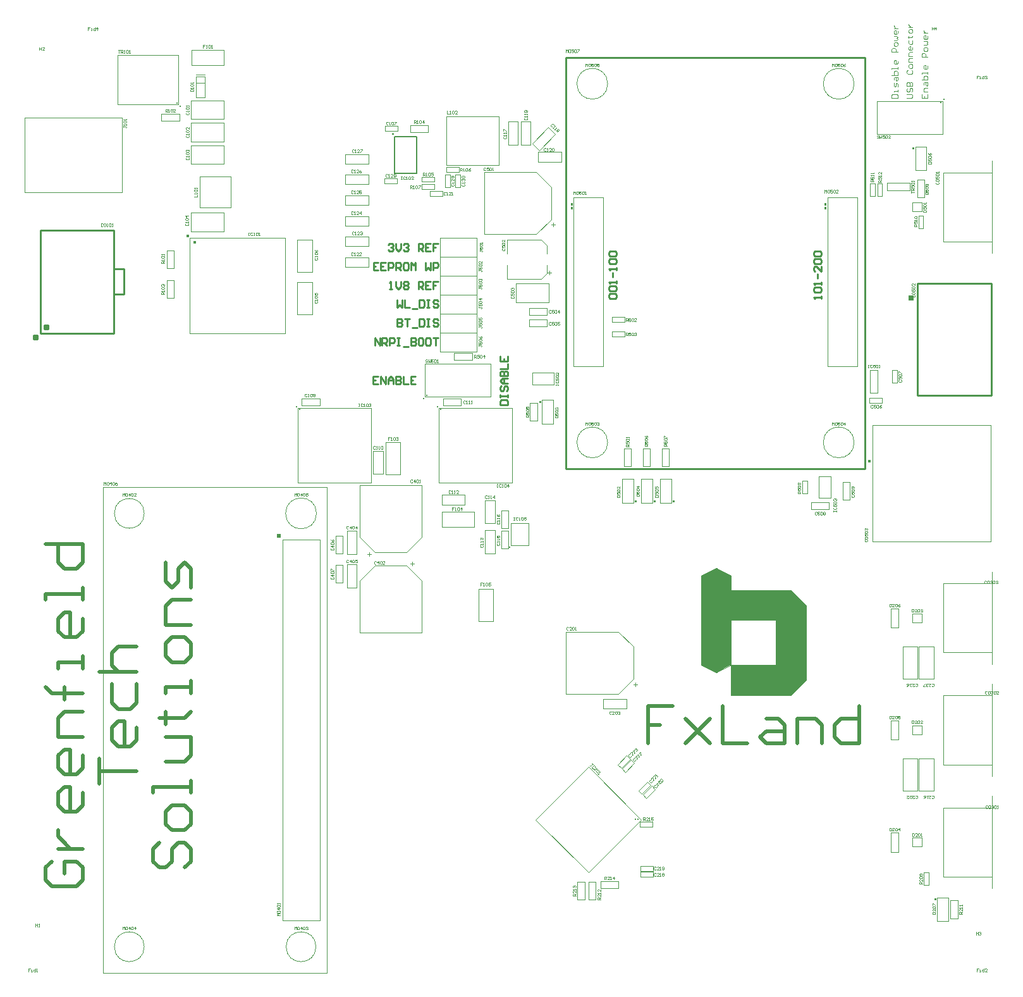
<source format=gbr>
%TF.GenerationSoftware,Altium Limited,Altium Designer,22.4.2 (48)*%
G04 Layer_Color=65535*
%FSLAX26Y26*%
%MOIN*%
%TF.SameCoordinates,1C2CB1AA-ACBE-45DF-AC24-D873E68AE3FE*%
%TF.FilePolarity,Positive*%
%TF.FileFunction,Legend,Top*%
%TF.Part,Single*%
G01*
G75*
%TA.AperFunction,NonConductor*%
%ADD96C,0.003937*%
%ADD97C,0.001000*%
%ADD98C,0.001968*%
%ADD99C,0.003000*%
%ADD101R,0.007874X0.007874*%
%ADD129C,0.000984*%
%ADD130C,0.002500*%
%ADD131C,0.007874*%
%ADD132C,0.009842*%
%ADD133C,0.010000*%
%ADD134C,0.020000*%
%ADD135R,0.002953X0.002953*%
%ADD136R,0.011811X0.011811*%
%ADD137P,0.011136X4X270.0*%
%ADD138R,0.007874X0.007874*%
%ADD139R,0.031496X0.031496*%
%ADD140R,0.015748X0.015748*%
%ADD141R,0.023622X0.023622*%
G36*
X4728346Y3177165D02*
Y3098425D01*
X5043307D01*
X5122047Y3019685D01*
Y2625984D01*
X5043307Y2547244D01*
X4728346D01*
Y2704724D01*
X4964567D01*
Y2940945D01*
X4728346D01*
Y2704724D01*
X4649606Y2665354D01*
X4570866Y2704724D01*
Y2940945D01*
Y3177165D01*
X4649606Y3216535D01*
X4728346Y3177165D01*
D02*
G37*
D96*
X4077227Y3877953D02*
G03*
X4077227Y3877953I-81163J0D01*
G01*
X5376439D02*
G03*
X5376439Y3877953I-81163J0D01*
G01*
X4077227Y5767717D02*
G03*
X4077227Y5767717I-81163J0D01*
G01*
X5376439D02*
G03*
X5376439Y5767717I-81163J0D01*
G01*
X2541793Y3503937D02*
G03*
X2541793Y3503937I-81163J0D01*
G01*
X2539370Y1220472D02*
G03*
X2539370Y1220472I-78740J0D01*
G01*
X1633858D02*
G03*
X1633858Y1220472I-78740J0D01*
G01*
Y3503937D02*
G03*
X1633858Y3503937I-78740J0D01*
G01*
X3228346Y5340551D02*
Y5596457D01*
X3503937Y5340551D02*
Y5596457D01*
X3228346D02*
X3503937D01*
X3228346Y5340551D02*
X3503937D01*
X5550236Y5206378D02*
X5670236D01*
X5550236D02*
Y5246378D01*
X5670236D01*
Y5206378D02*
Y5246378D01*
X1905512Y5813976D02*
X1952756D01*
X1905512Y5770669D02*
X1952756D01*
X1874016Y4452756D02*
Y4956693D01*
X2377953Y4452756D02*
Y4956693D01*
X1874016D02*
X2377953D01*
X1874016Y4452756D02*
X2377953D01*
X1003937Y5196850D02*
Y5590551D01*
X1515748Y5196850D02*
Y5590551D01*
X1003937D02*
X1515748D01*
X1003937Y5196850D02*
X1515748D01*
X5684055Y5426181D02*
X5688976Y5431102D01*
X5683071Y5432087D02*
X5687992Y5427165D01*
X5683071Y5431102D02*
Y5432087D01*
Y5431102D02*
X5689961Y5424213D01*
X5683071D02*
X5689961D01*
X5683071D02*
Y5432087D01*
X5689961D01*
Y5424213D02*
Y5432087D01*
X5757874Y5312016D02*
Y5436016D01*
X5699803D02*
X5757874D01*
X5698819Y5312016D02*
X5757874D01*
X5698819D02*
Y5436016D01*
X3395669Y2936653D02*
Y3106653D01*
Y2936653D02*
X3474410D01*
Y3106653D01*
X3395669D02*
X3474410D01*
X3779528Y5110236D02*
Y5165354D01*
X3425197Y5301181D02*
X3700787D01*
X3425197Y4974409D02*
Y5301181D01*
X3779291Y5024488D02*
X3799291D01*
X3789291Y5014488D02*
Y5034488D01*
X3779528Y5165354D02*
Y5222441D01*
X3700787Y5301181D02*
X3779528Y5222441D01*
Y5110236D02*
Y5165354D01*
X3425197Y4974409D02*
X3700787D01*
X3425197D02*
Y5301181D01*
X3779528Y5053150D02*
Y5110236D01*
X3700787Y4974409D02*
X3779528Y5053150D01*
X3547244Y4872520D02*
Y4946850D01*
X3726244D01*
X3755905Y4917189D01*
Y4872520D02*
Y4917189D01*
X3547244Y4738189D02*
Y4812520D01*
Y4738189D02*
X3726244D01*
X3755905Y4767850D01*
Y4812520D01*
X3771575Y4762520D02*
Y4782520D01*
X3761575Y4772520D02*
X3781575D01*
X5220472Y5118110D02*
X5228346Y5110236D01*
X5228346D01*
Y5118110D01*
X5220472Y5110236D02*
X5228346Y5118110D01*
X5220472Y5110236D02*
X5220472D01*
X5220472D02*
Y5118110D01*
X5228346D01*
Y5110236D02*
Y5118110D01*
X5220472Y5110236D02*
X5228346D01*
X5393701Y5169291D02*
X5393701Y4279528D01*
X5236220Y5169291D02*
X5393701D01*
X5236220Y4279528D02*
Y5169291D01*
Y4279528D02*
X5393701D01*
X3881890Y5118110D02*
X3889764Y5110236D01*
X3889764D01*
Y5118110D01*
X3881890Y5110236D02*
X3889764Y5118110D01*
X3881890Y5110236D02*
X3881890D01*
X3881890D02*
Y5118110D01*
X3889764D01*
Y5110236D02*
Y5118110D01*
X3881890Y5110236D02*
X3889764D01*
X4055118Y5169291D02*
X4055118Y4279528D01*
X3897638Y5169291D02*
X4055118D01*
X3897638Y4279528D02*
Y5169291D01*
Y4279528D02*
X4055118D01*
X5717520Y2631535D02*
Y2801535D01*
Y2631535D02*
X5796260D01*
Y2801535D01*
X5717520D02*
X5796260D01*
X5472441Y3354331D02*
X6098425D01*
X5472441Y3968504D02*
X6098425D01*
X5472441Y3354331D02*
Y3968504D01*
X6098425Y3354331D02*
Y3968504D01*
X3386811Y4356299D02*
Y4456299D01*
X3193504Y4356299D02*
X3386811D01*
X3193504D02*
Y4456299D01*
X3386811D01*
X4212599Y2688976D02*
Y2744095D01*
X3858268Y2879921D02*
X4133858D01*
X3858268Y2553150D02*
Y2879921D01*
X4212362Y2603228D02*
X4232362D01*
X4222362Y2593228D02*
Y2613228D01*
X4212599Y2744095D02*
Y2801181D01*
X4133858Y2879921D02*
X4212599Y2801181D01*
Y2688976D02*
Y2744095D01*
X3858268Y2553150D02*
X4133858D01*
X3858268D02*
Y2879921D01*
X4212599Y2631890D02*
Y2688976D01*
X4133858Y2553150D02*
X4212599Y2631890D01*
X2906102Y3299016D02*
X2961220D01*
X3097047Y3377756D02*
Y3653347D01*
X2770276D02*
X3097047D01*
X2820354Y3279252D02*
Y3299252D01*
X2810354Y3289252D02*
X2830354D01*
X2961220Y3299016D02*
X3018307D01*
X3097047Y3377756D01*
X2906102Y3299016D02*
X2961220D01*
X2770276Y3377756D02*
Y3653347D01*
X3097047D01*
X2849016Y3299016D02*
X2906102D01*
X2770276Y3377756D02*
X2849016Y3299016D01*
X2906102Y3228347D02*
X2961220D01*
X2770276Y2874016D02*
Y3149606D01*
Y2874016D02*
X3097047D01*
X3046968Y3228110D02*
Y3248110D01*
X3036968Y3238110D02*
X3056968D01*
X2849016Y3228347D02*
X2906102D01*
X2770276Y3149606D02*
X2849016Y3228347D01*
X2906102D02*
X2961220D01*
X3097047Y2874016D02*
Y3149606D01*
X2770276Y2874016D02*
X3097047D01*
X2961220Y3228347D02*
X3018307D01*
X3097047Y3149606D01*
X4221850Y3564961D02*
X4226771Y3569882D01*
X4222834Y3568898D02*
X4227756Y3563976D01*
Y3564961D01*
X4220866Y3571850D02*
X4227756Y3564961D01*
X4220866Y3571850D02*
X4227756D01*
Y3563976D02*
Y3571850D01*
X4220866Y3563976D02*
X4227756D01*
X4220866D02*
Y3571850D01*
X4152953Y3560047D02*
Y3684047D01*
Y3560047D02*
X4211024D01*
X4152953Y3684047D02*
X4212008D01*
Y3560047D02*
Y3684047D01*
X3716929Y4090945D02*
X3721850Y4095866D01*
X3715945Y4096850D02*
X3720866Y4091929D01*
X3715945Y4095866D02*
Y4096850D01*
Y4095866D02*
X3722835Y4088976D01*
X3715945D02*
X3722835D01*
X3715945D02*
Y4096850D01*
X3722835D01*
Y4088976D02*
Y4096850D01*
X3790748Y3976780D02*
Y4100779D01*
X3732677D02*
X3790748D01*
X3731693Y3976780D02*
X3790748D01*
X3731693D02*
Y4100779D01*
X4321850Y3564961D02*
X4326771Y3569882D01*
X4322834Y3568898D02*
X4327756Y3563976D01*
Y3564961D01*
X4320866Y3571850D02*
X4327756Y3564961D01*
X4320866Y3571850D02*
X4327756D01*
Y3563976D02*
Y3571850D01*
X4320866Y3563976D02*
X4327756D01*
X4320866D02*
Y3571850D01*
X4252953Y3560047D02*
Y3684047D01*
Y3560047D02*
X4311024D01*
X4252953Y3684047D02*
X4312008D01*
Y3560047D02*
Y3684047D01*
X4421850Y3564961D02*
X4426771Y3569882D01*
X4422834Y3568898D02*
X4427756Y3563976D01*
Y3564961D01*
X4420866Y3571850D02*
X4427756Y3564961D01*
X4420866Y3571850D02*
X4427756D01*
Y3563976D02*
Y3571850D01*
X4420866Y3563976D02*
X4427756D01*
X4420866D02*
Y3571850D01*
X4352953Y3560047D02*
Y3684047D01*
Y3560047D02*
X4411024D01*
X4352953Y3684047D02*
X4412008D01*
Y3560047D02*
Y3684047D01*
X5498740Y4140000D02*
Y4260000D01*
X5458740Y4140000D02*
X5498740D01*
X5458740D02*
Y4260000D01*
X5498740D01*
X3193504Y4956299D02*
X3386811D01*
X3193504Y4856299D02*
Y4956299D01*
Y4856299D02*
X3386811D01*
Y4956299D01*
X3193110Y4756299D02*
Y4856299D01*
X3386417D01*
Y4756299D02*
Y4856299D01*
X3193110Y4756299D02*
X3386417D01*
X3386811Y4656299D02*
Y4756299D01*
X3193504Y4656299D02*
X3386811D01*
X3193504D02*
Y4756299D01*
X3386811D01*
Y4556299D02*
Y4656299D01*
X3193504Y4556299D02*
X3386811D01*
X3193504D02*
Y4656299D01*
X3386811D01*
Y4456299D02*
Y4556299D01*
X3193504Y4456299D02*
X3386811D01*
X3193504D02*
Y4556299D01*
X3386811D01*
X1883504Y5866142D02*
X2053504D01*
Y5944882D01*
X1883504D02*
X2053504D01*
X1883504Y5866142D02*
Y5944882D01*
X2984252Y3710276D02*
Y3880276D01*
X2905512D02*
X2984252D01*
X2905512Y3710276D02*
Y3880276D01*
Y3710276D02*
X2984252D01*
X3202402Y3433071D02*
X3372402D01*
Y3511811D01*
X3202402D02*
X3372402D01*
X3202402Y3433071D02*
Y3511811D01*
X2440945Y4722795D02*
X2519685D01*
Y4552795D02*
Y4722795D01*
X2440945Y4552795D02*
X2519685D01*
X2440945D02*
Y4722795D01*
X2440945Y4777205D02*
X2519685D01*
X2440945D02*
Y4947205D01*
X2519685D01*
Y4777205D02*
Y4947205D01*
X5800197Y1469488D02*
X5805118Y1474409D01*
X5799213Y1475394D02*
X5804134Y1470473D01*
X5799213Y1474410D02*
Y1475394D01*
Y1474410D02*
X5806102Y1467520D01*
X5799213D02*
X5806102D01*
X5799213D02*
Y1475394D01*
X5806102D01*
Y1467520D02*
Y1475394D01*
X5874016Y1355323D02*
Y1479323D01*
X5815945D02*
X5874016D01*
X5814961Y1355323D02*
X5874016D01*
X5814961D02*
Y1479323D01*
X4728346Y2704724D02*
X4964567D01*
X4728346Y2940945D02*
X4964567D01*
Y2704724D02*
Y2940945D01*
X4728346Y2704724D02*
Y2940945D01*
X4649606Y3216535D02*
X4728346Y3177165D01*
X4570866D02*
X4649606Y3216535D01*
Y2665354D02*
X4728346Y2704724D01*
X4570866D02*
X4649606Y2665354D01*
X4728346Y3098425D02*
Y3177165D01*
Y2940945D02*
Y2940945D01*
X5122047Y2625984D02*
Y3019685D01*
X4570866Y2704724D02*
Y3177165D01*
X4728346Y2547244D02*
Y2704724D01*
Y2547244D02*
X5043307D01*
X5043307D01*
X5122047Y2625984D01*
X4728346Y3098425D02*
X5043307D01*
X5043307D01*
X5122047Y3019685D01*
X3881890Y5129921D02*
X3889764D01*
Y5137795D01*
X3881890D02*
X3889764D01*
X3881890Y5129921D02*
Y5137795D01*
Y5129921D02*
X3881890D01*
X3889764Y5137795D01*
Y5129921D02*
Y5137795D01*
X3889764Y5129921D02*
X3889764D01*
X3881890Y5137795D02*
X3889764Y5129921D01*
X5220472Y5137795D02*
X5228346Y5129921D01*
X5228346D01*
Y5137795D01*
X5220472Y5129921D02*
X5228346Y5137795D01*
X5220472Y5129921D02*
X5220472D01*
X5220472D02*
Y5137795D01*
X5228346D01*
Y5129921D02*
Y5137795D01*
X5220472Y5129921D02*
X5228346D01*
X1417323Y1082677D02*
Y3641732D01*
X2598425Y1082677D02*
Y3641732D01*
X1417323Y1082677D02*
X2598425D01*
X1417323Y3641732D02*
X2598425D01*
X2362205Y3366142D02*
X2559055D01*
X2362205Y1358268D02*
X2559055D01*
Y3366142D01*
X2362205Y1358268D02*
Y3366142D01*
X5631890Y2040984D02*
Y2210984D01*
Y2040984D02*
X5710630D01*
Y2210984D01*
X5631890D02*
X5710630D01*
X5717520Y2040984D02*
Y2210984D01*
Y2040984D02*
X5796260D01*
Y2210984D01*
X5717520D02*
X5796260D01*
X5631890Y2631535D02*
Y2801535D01*
Y2631535D02*
X5710630D01*
Y2801535D01*
X5631890D02*
X5710630D01*
X5653553Y5692914D02*
X5679792D01*
X5685039Y5698161D01*
Y5708657D01*
X5679792Y5713904D01*
X5653553D01*
X5658801Y5745390D02*
X5653553Y5740142D01*
Y5729647D01*
X5658801Y5724400D01*
X5664049D01*
X5669296Y5729647D01*
Y5740142D01*
X5674544Y5745390D01*
X5679792D01*
X5685039Y5740142D01*
Y5729647D01*
X5679792Y5724400D01*
X5653553Y5755885D02*
X5685039D01*
Y5771628D01*
X5679792Y5776876D01*
X5674544D01*
X5669296Y5771628D01*
Y5755885D01*
Y5771628D01*
X5664049Y5776876D01*
X5658801D01*
X5653553Y5771628D01*
Y5755885D01*
X5658801Y5839848D02*
X5653553Y5834600D01*
Y5824105D01*
X5658801Y5818857D01*
X5679792D01*
X5685039Y5824105D01*
Y5834600D01*
X5679792Y5839848D01*
X5685039Y5855591D02*
Y5866086D01*
X5679792Y5871334D01*
X5669296D01*
X5664049Y5866086D01*
Y5855591D01*
X5669296Y5850343D01*
X5679792D01*
X5685039Y5855591D01*
Y5881829D02*
X5664049D01*
Y5897572D01*
X5669296Y5902820D01*
X5685039D01*
Y5913315D02*
X5664049D01*
Y5929058D01*
X5669296Y5934306D01*
X5685039D01*
Y5960544D02*
Y5950048D01*
X5679792Y5944801D01*
X5669296D01*
X5664049Y5950048D01*
Y5960544D01*
X5669296Y5965791D01*
X5674544D01*
Y5944801D01*
X5664049Y5997277D02*
Y5981534D01*
X5669296Y5976287D01*
X5679792D01*
X5685039Y5981534D01*
Y5997277D01*
X5658801Y6013020D02*
X5664049D01*
Y6007773D01*
Y6018268D01*
Y6013020D01*
X5679792D01*
X5685039Y6018268D01*
Y6039259D02*
Y6049754D01*
X5679792Y6055002D01*
X5669296D01*
X5664049Y6049754D01*
Y6039259D01*
X5669296Y6034011D01*
X5679792D01*
X5685039Y6039259D01*
X5664049Y6065497D02*
X5685039D01*
X5674544D01*
X5669296Y6070744D01*
X5664049Y6075992D01*
Y6081240D01*
X5732293Y5713904D02*
Y5692913D01*
X5763779D01*
Y5713904D01*
X5748036Y5692913D02*
Y5703409D01*
X5763779Y5724399D02*
X5742789D01*
Y5740142D01*
X5748036Y5745390D01*
X5763779D01*
X5742789Y5761133D02*
Y5771628D01*
X5748036Y5776876D01*
X5763779D01*
Y5761133D01*
X5758532Y5755885D01*
X5753284Y5761133D01*
Y5776876D01*
X5732293Y5787371D02*
X5763779D01*
Y5803114D01*
X5758532Y5808362D01*
X5753284D01*
X5748036D01*
X5742789Y5803114D01*
Y5787371D01*
X5763779Y5818857D02*
Y5829352D01*
Y5824105D01*
X5732293D01*
Y5818857D01*
X5763779Y5860838D02*
Y5850343D01*
X5758532Y5845095D01*
X5748036D01*
X5742789Y5850343D01*
Y5860838D01*
X5748036Y5866086D01*
X5753284D01*
Y5845095D01*
X5763779Y5908067D02*
X5732293D01*
Y5923810D01*
X5737541Y5929058D01*
X5748036D01*
X5753284Y5923810D01*
Y5908067D01*
X5763779Y5944801D02*
Y5955296D01*
X5758532Y5960544D01*
X5748036D01*
X5742789Y5955296D01*
Y5944801D01*
X5748036Y5939553D01*
X5758532D01*
X5763779Y5944801D01*
X5742789Y5971039D02*
X5758532D01*
X5763779Y5976287D01*
X5758532Y5981534D01*
X5763779Y5986782D01*
X5758532Y5992030D01*
X5742789D01*
X5763779Y6018268D02*
Y6007773D01*
X5758532Y6002525D01*
X5748036D01*
X5742789Y6007773D01*
Y6018268D01*
X5748036Y6023516D01*
X5753284D01*
Y6002525D01*
X5742789Y6034011D02*
X5763779D01*
X5753284D01*
X5748036Y6039258D01*
X5742789Y6044506D01*
Y6049754D01*
X5574813Y5692913D02*
X5606299D01*
Y5708657D01*
X5601051Y5713904D01*
X5580061D01*
X5574813Y5708657D01*
Y5692913D01*
X5606299Y5724399D02*
Y5734895D01*
Y5729647D01*
X5585309D01*
Y5724399D01*
X5606299Y5750638D02*
Y5766381D01*
X5601051Y5771628D01*
X5595804Y5766381D01*
Y5755885D01*
X5590556Y5750638D01*
X5585309Y5755885D01*
Y5771628D01*
Y5787371D02*
Y5797867D01*
X5590556Y5803114D01*
X5606299D01*
Y5787371D01*
X5601051Y5782124D01*
X5595804Y5787371D01*
Y5803114D01*
X5574813Y5813609D02*
X5606299D01*
Y5829352D01*
X5601051Y5834600D01*
X5595804D01*
X5590556D01*
X5585309Y5829352D01*
Y5813609D01*
X5606299Y5845095D02*
Y5855591D01*
Y5850343D01*
X5574813D01*
Y5845095D01*
X5606299Y5887077D02*
Y5876581D01*
X5601051Y5871334D01*
X5590556D01*
X5585309Y5876581D01*
Y5887077D01*
X5590556Y5892324D01*
X5595804D01*
Y5871334D01*
X5606299Y5934306D02*
X5574813D01*
Y5950048D01*
X5580061Y5955296D01*
X5590556D01*
X5595804Y5950048D01*
Y5934306D01*
X5606299Y5971039D02*
Y5981534D01*
X5601051Y5986782D01*
X5590556D01*
X5585309Y5981534D01*
Y5971039D01*
X5590556Y5965791D01*
X5601051D01*
X5606299Y5971039D01*
X5585309Y5997277D02*
X5601051D01*
X5606299Y6002525D01*
X5601051Y6007773D01*
X5606299Y6013020D01*
X5601051Y6018268D01*
X5585309D01*
X5606299Y6044506D02*
Y6034011D01*
X5601051Y6028763D01*
X5590556D01*
X5585309Y6034011D01*
Y6044506D01*
X5590556Y6049754D01*
X5595804D01*
Y6028763D01*
X5585309Y6060249D02*
X5606299D01*
X5595804D01*
X5590556Y6065497D01*
X5585309Y6070744D01*
Y6075992D01*
D97*
X4312992Y1853142D02*
Y1879142D01*
X4246063D02*
X4312992D01*
X4246063Y1853142D02*
Y1879142D01*
Y1853142D02*
X4312992D01*
X5315646Y3574803D02*
Y3669291D01*
X5353646D01*
Y3574803D02*
Y3669291D01*
X5315646Y3574803D02*
X5353646D01*
X4177856Y2227737D02*
X4196241Y2209353D01*
X4130530Y2180411D02*
X4177856Y2227737D01*
X4130530Y2180411D02*
X4148915Y2162026D01*
X4196241Y2209353D01*
X2642417Y3291338D02*
Y3385827D01*
X2680417D01*
Y3291338D02*
Y3385827D01*
X2642417Y3291338D02*
X2680417D01*
Y3137795D02*
Y3232284D01*
X2642417Y3137795D02*
X2680417D01*
X2642417D02*
Y3232284D01*
X2680417D01*
X3663386Y4547929D02*
X3757874D01*
X3663386D02*
Y4585929D01*
X3757874D01*
Y4547929D02*
Y4585929D01*
X3663386Y4488874D02*
X3757874D01*
X3663386D02*
Y4526874D01*
X3757874D01*
Y4488874D02*
Y4526874D01*
X5522835Y4087000D02*
Y4113000D01*
X5455905D02*
X5522835D01*
X5455905Y4087000D02*
Y4113000D01*
Y4087000D02*
X5522835D01*
X5576370Y4258465D02*
X5602370D01*
X5576370Y4191535D02*
Y4258465D01*
Y4191535D02*
X5602370D01*
Y4258465D01*
X4163480Y3751968D02*
Y3846457D01*
X4201480D01*
Y3751968D02*
Y3846457D01*
X4163480Y3751968D02*
X4201480D01*
X4165945Y4512000D02*
Y4538000D01*
X4099016D02*
X4165945D01*
X4099016Y4512000D02*
Y4538000D01*
Y4512000D02*
X4165945D01*
Y4437000D02*
Y4463000D01*
X4099016D02*
X4165945D01*
X4099016Y4437000D02*
Y4463000D01*
Y4437000D02*
X4165945D01*
X3267716Y4349709D02*
X3362205D01*
Y4311709D02*
Y4349709D01*
X3267716Y4311709D02*
X3362205D01*
X3267716D02*
Y4349709D01*
X3705220Y3991535D02*
Y4086024D01*
X3667220Y3991535D02*
X3705220D01*
X3667220D02*
Y4086024D01*
X3705220D01*
X4301480Y3751968D02*
Y3846457D01*
X4263480Y3751968D02*
X4301480D01*
X4263480D02*
Y3846457D01*
X4301480D01*
X4401480Y3751968D02*
Y3846457D01*
X4363480Y3751968D02*
X4401480D01*
X4363480D02*
Y3846457D01*
X4401480D01*
X2970472Y5518496D02*
Y5544496D01*
X2903543D02*
X2970472D01*
X2903543Y5518496D02*
Y5544496D01*
Y5518496D02*
X2970472D01*
X2464567Y4109551D02*
X2559055D01*
Y4071551D02*
Y4109551D01*
X2464567Y4071551D02*
X2559055D01*
X2464567D02*
Y4109551D01*
X3208661D02*
X3303150D01*
Y4071551D02*
Y4109551D01*
X3208661Y4071551D02*
X3303150D01*
X3208661D02*
Y4109551D01*
X3554433Y3317913D02*
Y3412402D01*
X3516433Y3317913D02*
X3554433D01*
X3516433D02*
Y3412402D01*
X3554433D01*
X3516433Y3425197D02*
Y3519685D01*
X3554433D01*
Y3425197D02*
Y3519685D01*
X3516433Y3425197D02*
X3554433D01*
X1724409Y5609551D02*
X1818898D01*
Y5571551D02*
Y5609551D01*
X1724409Y5571551D02*
X1818898D01*
X1724409D02*
Y5609551D01*
X1752653Y4795276D02*
Y4889764D01*
X1790653D01*
Y4795276D02*
Y4889764D01*
X1752653Y4795276D02*
X1790653D01*
X1752653Y4637795D02*
Y4732283D01*
X1790653D01*
Y4637795D02*
Y4732283D01*
X1752653Y4637795D02*
X1790653D01*
X5149606Y3562307D02*
X5244095D01*
Y3524307D02*
Y3562307D01*
X5149606Y3524307D02*
X5244095D01*
X5149606D02*
Y3562307D01*
X5105110Y3608268D02*
X5131110D01*
Y3675197D01*
X5105110D02*
X5131110D01*
X5105110Y3608268D02*
Y3675197D01*
X5742905Y1612205D02*
X5768905D01*
X5742905Y1545276D02*
Y1612205D01*
Y1545276D02*
X5768905D01*
Y1612205D01*
X5922543Y1370079D02*
Y1464567D01*
X5884543Y1370079D02*
X5922543D01*
X5884543D02*
Y1464567D01*
X5922543D01*
X5709346Y5169291D02*
Y5263779D01*
X5747346D01*
Y5169291D02*
Y5263779D01*
X5709346Y5169291D02*
X5747346D01*
X5715346Y5005905D02*
X5741346D01*
Y5072835D01*
X5715346D02*
X5741346D01*
X5715346Y5005905D02*
Y5072835D01*
X3206693Y5175976D02*
Y5201976D01*
X3139764D02*
X3206693D01*
X3139764Y5175976D02*
Y5201976D01*
Y5175976D02*
X3206693D01*
X2899606Y5242905D02*
Y5268905D01*
Y5242905D02*
X2966535D01*
Y5268905D01*
X2899606D02*
X2966535D01*
X3219284Y5289370D02*
X3245284D01*
X3219284Y5222441D02*
Y5289370D01*
Y5222441D02*
X3245284D01*
Y5289370D01*
X3274402D02*
X3300402D01*
X3274402Y5222441D02*
Y5289370D01*
Y5222441D02*
X3300402D01*
Y5289370D01*
X3035433Y5550496D02*
X3129921D01*
Y5512496D02*
Y5550496D01*
X3035433Y5512496D02*
X3129921D01*
X3035433D02*
Y5550496D01*
X3096457Y5250779D02*
Y5276779D01*
Y5250779D02*
X3163386D01*
Y5276779D01*
X3096457D02*
X3163386D01*
X3293307Y5301961D02*
Y5327961D01*
X3226378D02*
X3293307D01*
X3226378Y5301961D02*
Y5327961D01*
Y5301961D02*
X3293307D01*
X3163386Y5211409D02*
Y5237409D01*
X3096457D02*
X3163386D01*
X3096457Y5211409D02*
Y5237409D01*
Y5211409D02*
X3163386D01*
X5459441Y5175197D02*
X5485441D01*
Y5242126D01*
X5459441D02*
X5485441D01*
X5459441Y5175197D02*
Y5242126D01*
X5498811D02*
X5524811D01*
X5498811Y5175197D02*
Y5242126D01*
Y5175197D02*
X5524811D01*
Y5242126D01*
X4015063Y1468504D02*
Y1562992D01*
X3977063Y1468504D02*
X4015063D01*
X3977063D02*
Y1562992D01*
X4015063D01*
X3918008Y1468504D02*
Y1562992D01*
X3956008D01*
Y1468504D02*
Y1562992D01*
X3918008Y1468504D02*
X3956008D01*
X4039370Y1566244D02*
X4133858D01*
Y1528244D02*
Y1566244D01*
X4039370Y1528244D02*
X4133858D01*
X4039370D02*
Y1566244D01*
X4316929Y1588378D02*
Y1614378D01*
X4250000D02*
X4316929D01*
X4250000Y1588378D02*
Y1614378D01*
Y1588378D02*
X4316929D01*
Y1619874D02*
Y1645874D01*
X4250000D02*
X4316929D01*
X4250000Y1619874D02*
Y1645874D01*
Y1619874D02*
X4316929D01*
X4309746Y2068289D02*
X4328131Y2049904D01*
X4262420Y2020962D02*
X4309746Y2068289D01*
X4262420Y2020962D02*
X4280805Y2002578D01*
X4328131Y2049904D01*
X4286124Y2089942D02*
X4304509Y2071557D01*
X4238798Y2042616D02*
X4286124Y2089942D01*
X4238798Y2042616D02*
X4257183Y2024231D01*
X4304509Y2071557D01*
X4199510Y2206084D02*
X4217895Y2187699D01*
X4152184Y2158758D02*
X4199510Y2206084D01*
X4152184Y2158758D02*
X4170569Y2140373D01*
X4217895Y2187699D01*
D98*
X3566929Y3452756D02*
X3661418D01*
X3566929Y3334645D02*
X3661418D01*
Y3452756D01*
X3566929Y3334645D02*
Y3452756D01*
X5188974Y3584646D02*
X5251969D01*
X5188974Y3698821D02*
X5251969D01*
X5188974Y3584646D02*
Y3698821D01*
X5251969Y3584646D02*
Y3698821D01*
X1492125Y5657480D02*
X1814961D01*
X1492125Y5917324D02*
X1814961D01*
X1492125Y5657480D02*
Y5917324D01*
X1814961Y5657480D02*
Y5917324D01*
X1905510Y5695866D02*
X1952756D01*
X1905510Y5806103D02*
X1952756D01*
X1905510Y5695866D02*
Y5806103D01*
X1952756Y5695866D02*
Y5806103D01*
X1925197Y5279528D02*
X2090552D01*
X1925197Y5114173D02*
X2090552D01*
Y5279528D01*
X1925197Y5114173D02*
Y5279528D01*
X3187008Y4059055D02*
X3572836D01*
X3187008Y3665345D02*
X3572836D01*
Y4059055D01*
X3187008Y3665345D02*
Y4059055D01*
X2694882Y5344065D02*
X2816929D01*
Y5396065D01*
X2694882Y5344065D02*
Y5396065D01*
X2816929D01*
X4053150Y2474000D02*
X4175197D01*
Y2526000D01*
X4053150Y2474000D02*
Y2526000D01*
X4175197D01*
X2702346Y3289370D02*
Y3411417D01*
Y3289370D02*
X2754346D01*
X2702346Y3411417D02*
X2754346D01*
Y3289370D02*
Y3411417D01*
X2754347Y3112205D02*
Y3234252D01*
X2702347D02*
X2754347D01*
X2702347Y3112205D02*
X2754347D01*
X2702347D02*
Y3234252D01*
X3594165Y4616142D02*
X3767717D01*
X3594165D02*
Y4714567D01*
X3767717D01*
Y4616142D02*
Y4714567D01*
X3793307Y4182281D02*
Y4245276D01*
X3679132Y4182281D02*
Y4245276D01*
Y4182281D02*
X3793307D01*
X3679132Y4245276D02*
X3793307D01*
X2840142Y3710630D02*
Y3832677D01*
Y3710630D02*
X2892142D01*
X2840142Y3832677D02*
X2892142D01*
Y3710630D02*
Y3832677D01*
X3202756Y3600803D02*
X3324803D01*
X3202756Y3548803D02*
Y3600803D01*
X3324803Y3548803D02*
Y3600803D01*
X3202756Y3548803D02*
X3324803D01*
X3482693Y3293307D02*
Y3415354D01*
X3430693D02*
X3482693D01*
X3430693Y3293307D02*
X3482693D01*
X3430693D02*
Y3415354D01*
Y3450787D02*
Y3572835D01*
Y3450787D02*
X3482693D01*
X3430693Y3572835D02*
X3482693D01*
Y3450787D02*
Y3572835D01*
X2442913Y4059055D02*
X2828742D01*
X2442913Y3665345D02*
X2828742D01*
Y4059055D01*
X2442913Y3665345D02*
Y4059055D01*
X1881567Y5580709D02*
X2055118D01*
X1881567D02*
Y5679134D01*
X2055118D01*
Y5580709D02*
Y5679134D01*
X1881567Y5462598D02*
X2055118D01*
X1881567D02*
Y5561024D01*
X2055118D01*
Y5462598D02*
Y5561024D01*
X1881567Y5344488D02*
X2055118D01*
X1881567D02*
Y5442913D01*
X2055118D01*
Y5344488D02*
Y5442913D01*
X1881567Y4990158D02*
X2055118D01*
X1881567D02*
Y5088583D01*
X2055118D01*
Y4990158D02*
Y5088583D01*
X3552740Y5446850D02*
Y5568898D01*
Y5446850D02*
X3604740D01*
X3552740Y5568898D02*
X3604740D01*
Y5446850D02*
Y5568898D01*
X3619669Y5446850D02*
Y5568898D01*
Y5446850D02*
X3671669D01*
X3619669Y5568898D02*
X3671669D01*
Y5446850D02*
Y5568898D01*
X3678622Y5451613D02*
X3764923Y5537913D01*
X3678622Y5451613D02*
X3715392Y5414843D01*
X3764923Y5537913D02*
X3801693Y5501143D01*
X3715392Y5414843D02*
X3801693Y5501143D01*
X3710630Y5407890D02*
X3832677D01*
X3710630Y5355890D02*
Y5407890D01*
X3832677Y5355890D02*
Y5407890D01*
X3710630Y5355890D02*
X3832677D01*
X2694882Y4800759D02*
X2816929D01*
Y4852759D01*
X2694882Y4800759D02*
Y4852759D01*
X2816929D01*
X2694882Y4910995D02*
X2816929D01*
Y4962995D01*
X2694882Y4910995D02*
Y4962995D01*
X2816929D01*
X2694882Y5017294D02*
X2816929D01*
Y5069294D01*
X2694882Y5017294D02*
Y5069294D01*
X2816929D01*
X2694882Y5127530D02*
X2816929D01*
Y5179530D01*
X2694882Y5127530D02*
Y5179530D01*
X2816929D01*
X2694882Y5237766D02*
X2816929D01*
Y5289766D01*
X2694882Y5237766D02*
Y5289766D01*
X2816929D01*
D99*
X5785393Y2594539D02*
X5787892Y2592040D01*
X5792891D01*
X5795390Y2594539D01*
Y2604536D01*
X5792891Y2607035D01*
X5787892D01*
X5785393Y2604536D01*
X5770398Y2607035D02*
X5780395D01*
X5770398Y2597039D01*
Y2594539D01*
X5772897Y2592040D01*
X5777895D01*
X5780395Y2594539D01*
X5765399D02*
X5762900Y2592040D01*
X5757902D01*
X5755403Y2594539D01*
Y2597039D01*
X5757902Y2599538D01*
X5760401D01*
X5757902D01*
X5755403Y2602037D01*
Y2604536D01*
X5757902Y2607035D01*
X5762900D01*
X5765399Y2604536D01*
X5750404Y2592040D02*
X5740407D01*
Y2594539D01*
X5750404Y2604536D01*
Y2607035D01*
X5699763Y2594539D02*
X5702262Y2592040D01*
X5707261D01*
X5709760Y2594539D01*
Y2604536D01*
X5707261Y2607035D01*
X5702262D01*
X5699763Y2604536D01*
X5684768Y2607035D02*
X5694765D01*
X5684768Y2597039D01*
Y2594539D01*
X5687267Y2592040D01*
X5692265D01*
X5694765Y2594539D01*
X5679769D02*
X5677270Y2592040D01*
X5672272D01*
X5669773Y2594539D01*
Y2597039D01*
X5672272Y2599538D01*
X5674771D01*
X5672272D01*
X5669773Y2602037D01*
Y2604536D01*
X5672272Y2607035D01*
X5677270D01*
X5679769Y2604536D01*
X5654777Y2592040D02*
X5659776Y2594539D01*
X5664774Y2599538D01*
Y2604536D01*
X5662275Y2607035D01*
X5657277D01*
X5654777Y2604536D01*
Y2602037D01*
X5657277Y2599538D01*
X5664774D01*
X5785393Y2003988D02*
X5787892Y2001489D01*
X5792891D01*
X5795390Y2003988D01*
Y2013985D01*
X5792891Y2016484D01*
X5787892D01*
X5785393Y2013985D01*
X5770398Y2016484D02*
X5780395D01*
X5770398Y2006487D01*
Y2003988D01*
X5772897Y2001489D01*
X5777895D01*
X5780395Y2003988D01*
X5765399Y2016484D02*
X5760401D01*
X5762900D01*
Y2001489D01*
X5765399Y2003988D01*
X5742907Y2001489D02*
X5747905Y2003988D01*
X5752903Y2008986D01*
Y2013985D01*
X5750404Y2016484D01*
X5745406D01*
X5742907Y2013985D01*
Y2011486D01*
X5745406Y2008986D01*
X5752903D01*
X5699763Y2003988D02*
X5702262Y2001489D01*
X5707261D01*
X5709760Y2003988D01*
Y2013985D01*
X5707261Y2016484D01*
X5702262D01*
X5699763Y2013985D01*
X5684768Y2016484D02*
X5694765D01*
X5684768Y2006487D01*
Y2003988D01*
X5687267Y2001489D01*
X5692265D01*
X5694765Y2003988D01*
X5679769D02*
X5677270Y2001489D01*
X5672272D01*
X5669773Y2003988D01*
Y2013985D01*
X5672272Y2016484D01*
X5677270D01*
X5679769Y2013985D01*
Y2003988D01*
X5654777Y2016484D02*
X5664774D01*
X5654777Y2006487D01*
Y2003988D01*
X5657277Y2001489D01*
X5662275D01*
X5664774Y2003988D01*
X4194725Y2234274D02*
X4191191D01*
X4187656Y2230740D01*
Y2227205D01*
X4194725Y2220137D01*
X4198259D01*
X4201794Y2223671D01*
Y2227205D01*
X4214164Y2236041D02*
X4207095Y2228972D01*
Y2243110D01*
X4205328Y2244877D01*
X4201794D01*
X4198259Y2241343D01*
Y2237809D01*
X4224767Y2246644D02*
X4217699Y2239576D01*
Y2253713D01*
X4215931Y2255481D01*
X4212397D01*
X4208863Y2251946D01*
Y2248412D01*
X4219466Y2259015D02*
Y2262549D01*
X4223000Y2266084D01*
X4226535D01*
X4228302Y2264316D01*
Y2260782D01*
X4226535Y2259015D01*
X4228302Y2260782D01*
X4231836D01*
X4233603Y2259015D01*
Y2255481D01*
X4230069Y2251946D01*
X4226535D01*
X4217363Y2212621D02*
X4213828D01*
X4210294Y2209086D01*
Y2205552D01*
X4217363Y2198483D01*
X4220897D01*
X4224432Y2202017D01*
Y2205552D01*
X4236802Y2214388D02*
X4229733Y2207319D01*
Y2221457D01*
X4227966Y2223224D01*
X4224432D01*
X4220897Y2219689D01*
Y2216155D01*
X4247405Y2224991D02*
X4240336Y2217922D01*
Y2232060D01*
X4238569Y2233827D01*
X4235035D01*
X4231500Y2230293D01*
Y2226758D01*
X4258008Y2235594D02*
X4250940Y2228526D01*
Y2242663D01*
X4249172Y2244430D01*
X4245638D01*
X4242104Y2240896D01*
Y2237361D01*
X4303776Y2100215D02*
X4300241D01*
X4296707Y2096680D01*
Y2093146D01*
X4303776Y2086077D01*
X4307310D01*
X4310845Y2089611D01*
Y2093146D01*
X4323215Y2101982D02*
X4316146Y2094913D01*
Y2109051D01*
X4314379Y2110818D01*
X4310845D01*
X4307310Y2107284D01*
Y2103749D01*
X4333818Y2112585D02*
X4326749Y2105516D01*
Y2119654D01*
X4324982Y2121421D01*
X4321448D01*
X4317913Y2117887D01*
Y2114352D01*
X4337352Y2116119D02*
X4340887Y2119654D01*
X4339120Y2117887D01*
X4328516Y2128490D01*
Y2124956D01*
X4328583Y2072857D02*
X4325049D01*
X4321515Y2069323D01*
Y2065788D01*
X4328583Y2058719D01*
X4332118D01*
X4335652Y2062254D01*
Y2065788D01*
X4348023Y2074624D02*
X4340954Y2067555D01*
Y2081693D01*
X4339186Y2083460D01*
X4335652D01*
X4332118Y2079926D01*
Y2076391D01*
X4358626Y2085227D02*
X4351557Y2078159D01*
Y2092296D01*
X4349790Y2094063D01*
X4346255D01*
X4342721Y2090529D01*
Y2086994D01*
X4353324Y2097598D02*
Y2101132D01*
X4356859Y2104666D01*
X4360393D01*
X4367462Y2097598D01*
Y2094063D01*
X4363927Y2090529D01*
X4360393D01*
X4353324Y2097598D01*
X4331196Y1638857D02*
X4328697Y1641356D01*
X4323699D01*
X4321199Y1638857D01*
Y1628860D01*
X4323699Y1626361D01*
X4328697D01*
X4331196Y1628860D01*
X4346191Y1626361D02*
X4336194D01*
X4346191Y1636357D01*
Y1638857D01*
X4343692Y1641356D01*
X4338694D01*
X4336194Y1638857D01*
X4351190Y1626361D02*
X4356188D01*
X4353689D01*
Y1641356D01*
X4351190Y1638857D01*
X4363686Y1628860D02*
X4366185Y1626361D01*
X4371183D01*
X4373682Y1628860D01*
Y1638857D01*
X4371183Y1641356D01*
X4366185D01*
X4363686Y1638857D01*
Y1636357D01*
X4366185Y1633858D01*
X4373682D01*
X4331196Y1606376D02*
X4328697Y1608876D01*
X4323699D01*
X4321199Y1606376D01*
Y1596380D01*
X4323699Y1593880D01*
X4328697D01*
X4331196Y1596380D01*
X4346191Y1593880D02*
X4336194D01*
X4346191Y1603877D01*
Y1606376D01*
X4343692Y1608876D01*
X4338694D01*
X4336194Y1606376D01*
X4351190Y1593880D02*
X4356188D01*
X4353689D01*
Y1608876D01*
X4351190Y1606376D01*
X4363686D02*
X4366185Y1608876D01*
X4371183D01*
X4373682Y1606376D01*
Y1603877D01*
X4371183Y1601378D01*
X4373682Y1598879D01*
Y1596380D01*
X4371183Y1593880D01*
X4366185D01*
X4363686Y1596380D01*
Y1598879D01*
X4366185Y1601378D01*
X4363686Y1603877D01*
Y1606376D01*
X4366185Y1601378D02*
X4371183D01*
X2350017Y1384833D02*
X2335022D01*
X2340020Y1389832D01*
X2335022Y1394830D01*
X2350017D01*
X2335022Y1407326D02*
Y1402328D01*
X2337521Y1399828D01*
X2347518D01*
X2350017Y1402328D01*
Y1407326D01*
X2347518Y1409825D01*
X2337521D01*
X2335022Y1407326D01*
X2350017Y1422321D02*
X2335022D01*
X2342520Y1414823D01*
Y1424820D01*
X2337521Y1429819D02*
X2335022Y1432318D01*
Y1437316D01*
X2337521Y1439815D01*
X2347518D01*
X2350017Y1437316D01*
Y1432318D01*
X2347518Y1429819D01*
X2337521D01*
X2350017Y1444814D02*
Y1449812D01*
Y1447313D01*
X2335022D01*
X2337521Y1444814D01*
X1421704Y3653920D02*
Y3668915D01*
X1426703Y3663916D01*
X1431701Y3668915D01*
Y3653920D01*
X1444197Y3668915D02*
X1439198D01*
X1436699Y3666416D01*
Y3656419D01*
X1439198Y3653920D01*
X1444197D01*
X1446696Y3656419D01*
Y3666416D01*
X1444197Y3668915D01*
X1459192Y3653920D02*
Y3668915D01*
X1451695Y3661417D01*
X1461691D01*
X1466690Y3666416D02*
X1469189Y3668915D01*
X1474187D01*
X1476687Y3666416D01*
Y3656419D01*
X1474187Y3653920D01*
X1469189D01*
X1466690Y3656419D01*
Y3666416D01*
X1491682Y3668915D02*
X1486683Y3666416D01*
X1481685Y3661417D01*
Y3656419D01*
X1484184Y3653920D01*
X1489182D01*
X1491682Y3656419D01*
Y3658918D01*
X1489182Y3661417D01*
X1481685D01*
X2425641Y3594865D02*
Y3609860D01*
X2430640Y3604861D01*
X2435638Y3609860D01*
Y3594865D01*
X2448134Y3609860D02*
X2443135D01*
X2440636Y3607361D01*
Y3597364D01*
X2443135Y3594865D01*
X2448134D01*
X2450633Y3597364D01*
Y3607361D01*
X2448134Y3609860D01*
X2463129Y3594865D02*
Y3609860D01*
X2455631Y3602362D01*
X2465628D01*
X2470627Y3607361D02*
X2473126Y3609860D01*
X2478124D01*
X2480624Y3607361D01*
Y3597364D01*
X2478124Y3594865D01*
X2473126D01*
X2470627Y3597364D01*
Y3607361D01*
X2495619Y3609860D02*
X2485622D01*
Y3602362D01*
X2490620Y3604861D01*
X2493119D01*
X2495619Y3602362D01*
Y3597364D01*
X2493119Y3594865D01*
X2488121D01*
X2485622Y3597364D01*
X1520129Y1311400D02*
Y1326395D01*
X1525128Y1321397D01*
X1530126Y1326395D01*
Y1311400D01*
X1542622Y1326395D02*
X1537624D01*
X1535124Y1323896D01*
Y1313899D01*
X1537624Y1311400D01*
X1542622D01*
X1545121Y1313899D01*
Y1323896D01*
X1542622Y1326395D01*
X1557617Y1311400D02*
Y1326395D01*
X1550120Y1318898D01*
X1560117D01*
X1565115Y1323896D02*
X1567614Y1326395D01*
X1572612D01*
X1575112Y1323896D01*
Y1313899D01*
X1572612Y1311400D01*
X1567614D01*
X1565115Y1313899D01*
Y1323896D01*
X1587608Y1311400D02*
Y1326395D01*
X1580110Y1318898D01*
X1590107D01*
X2425641Y1311400D02*
Y1326395D01*
X2430640Y1321397D01*
X2435638Y1326395D01*
Y1311400D01*
X2448134Y1326395D02*
X2443135D01*
X2440636Y1323896D01*
Y1313899D01*
X2443135Y1311400D01*
X2448134D01*
X2450633Y1313899D01*
Y1323896D01*
X2448134Y1326395D01*
X2463129Y1311400D02*
Y1326395D01*
X2455631Y1318898D01*
X2465628D01*
X2470627Y1323896D02*
X2473126Y1326395D01*
X2478124D01*
X2480624Y1323896D01*
Y1313899D01*
X2478124Y1311400D01*
X2473126D01*
X2470627Y1313899D01*
Y1323896D01*
X2485622D02*
X2488121Y1326395D01*
X2493119D01*
X2495619Y1323896D01*
Y1321397D01*
X2493119Y1318898D01*
X2490620D01*
X2493119D01*
X2495619Y1316398D01*
Y1313899D01*
X2493119Y1311400D01*
X2488121D01*
X2485622Y1313899D01*
X1520129Y3594865D02*
Y3609860D01*
X1525128Y3604861D01*
X1530126Y3609860D01*
Y3594865D01*
X1542622Y3609860D02*
X1537624D01*
X1535124Y3607361D01*
Y3597364D01*
X1537624Y3594865D01*
X1542622D01*
X1545121Y3597364D01*
Y3607361D01*
X1542622Y3609860D01*
X1557617Y3594865D02*
Y3609860D01*
X1550120Y3602362D01*
X1560117D01*
X1565115Y3607361D02*
X1567614Y3609860D01*
X1572612D01*
X1575112Y3607361D01*
Y3597364D01*
X1572612Y3594865D01*
X1567614D01*
X1565115Y3597364D01*
Y3607361D01*
X1590107Y3594865D02*
X1580110D01*
X1590107Y3604861D01*
Y3607361D01*
X1587608Y3609860D01*
X1582609D01*
X1580110Y3607361D01*
X3856169Y5933335D02*
Y5948330D01*
X3861168Y5943331D01*
X3866166Y5948330D01*
Y5933335D01*
X3878662Y5948330D02*
X3873664D01*
X3871164Y5945831D01*
Y5935834D01*
X3873664Y5933335D01*
X3878662D01*
X3881161Y5935834D01*
Y5945831D01*
X3878662Y5948330D01*
X3896157D02*
X3886160D01*
Y5940832D01*
X3891158Y5943331D01*
X3893657D01*
X3896157Y5940832D01*
Y5935834D01*
X3893657Y5933335D01*
X3888659D01*
X3886160Y5935834D01*
X3901155Y5945831D02*
X3903654Y5948330D01*
X3908653D01*
X3911152Y5945831D01*
Y5935834D01*
X3908653Y5933335D01*
X3903654D01*
X3901155Y5935834D01*
Y5945831D01*
X3916150Y5948330D02*
X3926147D01*
Y5945831D01*
X3916150Y5935834D01*
Y5933335D01*
X5260287Y5858644D02*
Y5873639D01*
X5265285Y5868641D01*
X5270284Y5873639D01*
Y5858644D01*
X5282780Y5873639D02*
X5277781D01*
X5275282Y5871140D01*
Y5861143D01*
X5277781Y5858644D01*
X5282780D01*
X5285279Y5861143D01*
Y5871140D01*
X5282780Y5873639D01*
X5300274D02*
X5290277D01*
Y5866142D01*
X5295276Y5868641D01*
X5297775D01*
X5300274Y5866142D01*
Y5861143D01*
X5297775Y5858644D01*
X5292776D01*
X5290277Y5861143D01*
X5305272Y5871140D02*
X5307772Y5873639D01*
X5312770D01*
X5315269Y5871140D01*
Y5861143D01*
X5312770Y5858644D01*
X5307772D01*
X5305272Y5861143D01*
Y5871140D01*
X5330264Y5873639D02*
X5325266Y5871140D01*
X5320268Y5866142D01*
Y5861143D01*
X5322767Y5858644D01*
X5327765D01*
X5330264Y5861143D01*
Y5863642D01*
X5327765Y5866142D01*
X5320268D01*
X3961074Y5858644D02*
Y5873639D01*
X3966073Y5868641D01*
X3971071Y5873639D01*
Y5858644D01*
X3983567Y5873639D02*
X3978569D01*
X3976069Y5871140D01*
Y5861143D01*
X3978569Y5858644D01*
X3983567D01*
X3986066Y5861143D01*
Y5871140D01*
X3983567Y5873639D01*
X4001061D02*
X3991065D01*
Y5866142D01*
X3996063Y5868641D01*
X3998562D01*
X4001061Y5866142D01*
Y5861143D01*
X3998562Y5858644D01*
X3993564D01*
X3991065Y5861143D01*
X4006060Y5871140D02*
X4008559Y5873639D01*
X4013557D01*
X4016057Y5871140D01*
Y5861143D01*
X4013557Y5858644D01*
X4008559D01*
X4006060Y5861143D01*
Y5871140D01*
X4031052Y5873639D02*
X4021055D01*
Y5866142D01*
X4026053Y5868641D01*
X4028553D01*
X4031052Y5866142D01*
Y5861143D01*
X4028553Y5858644D01*
X4023554D01*
X4021055Y5861143D01*
X5260287Y3968880D02*
Y3983876D01*
X5265285Y3978877D01*
X5270284Y3983876D01*
Y3968880D01*
X5282780Y3983876D02*
X5277781D01*
X5275282Y3981376D01*
Y3971380D01*
X5277781Y3968880D01*
X5282780D01*
X5285279Y3971380D01*
Y3981376D01*
X5282780Y3983876D01*
X5300274D02*
X5290277D01*
Y3976378D01*
X5295276Y3978877D01*
X5297775D01*
X5300274Y3976378D01*
Y3971380D01*
X5297775Y3968880D01*
X5292776D01*
X5290277Y3971380D01*
X5305272Y3981376D02*
X5307772Y3983876D01*
X5312770D01*
X5315269Y3981376D01*
Y3971380D01*
X5312770Y3968880D01*
X5307772D01*
X5305272Y3971380D01*
Y3981376D01*
X5327765Y3968880D02*
Y3983876D01*
X5320268Y3976378D01*
X5330264D01*
X3961074Y3968880D02*
Y3983876D01*
X3966073Y3978877D01*
X3971071Y3983876D01*
Y3968880D01*
X3983567Y3983876D02*
X3978569D01*
X3976069Y3981376D01*
Y3971380D01*
X3978569Y3968880D01*
X3983567D01*
X3986066Y3971380D01*
Y3981376D01*
X3983567Y3983876D01*
X4001061D02*
X3991065D01*
Y3976378D01*
X3996063Y3978877D01*
X3998562D01*
X4001061Y3976378D01*
Y3971380D01*
X3998562Y3968880D01*
X3993564D01*
X3991065Y3971380D01*
X4006060Y3981376D02*
X4008559Y3983876D01*
X4013557D01*
X4016057Y3981376D01*
Y3971380D01*
X4013557Y3968880D01*
X4008559D01*
X4006060Y3971380D01*
Y3981376D01*
X4021055D02*
X4023554Y3983876D01*
X4028553D01*
X4031052Y3981376D01*
Y3978877D01*
X4028553Y3976378D01*
X4026053D01*
X4028553D01*
X4031052Y3973879D01*
Y3971380D01*
X4028553Y3968880D01*
X4023554D01*
X4021055Y3971380D01*
X5221461Y5193909D02*
Y5208905D01*
X5226459Y5203906D01*
X5231457Y5208905D01*
Y5193909D01*
X5243953Y5208905D02*
X5238955D01*
X5236456Y5206405D01*
Y5196409D01*
X5238955Y5193909D01*
X5243953D01*
X5246453Y5196409D01*
Y5206405D01*
X5243953Y5208905D01*
X5261448D02*
X5251451D01*
Y5201407D01*
X5256449Y5203906D01*
X5258949D01*
X5261448Y5201407D01*
Y5196409D01*
X5258949Y5193909D01*
X5253950D01*
X5251451Y5196409D01*
X5266446Y5206405D02*
X5268945Y5208905D01*
X5273944D01*
X5276443Y5206405D01*
Y5196409D01*
X5273944Y5193909D01*
X5268945D01*
X5266446Y5196409D01*
Y5206405D01*
X5291438Y5193909D02*
X5281441D01*
X5291438Y5203906D01*
Y5206405D01*
X5288939Y5208905D01*
X5283941D01*
X5281441Y5206405D01*
X1347764Y6065432D02*
X1337768D01*
Y6057935D01*
X1342766D01*
X1337768D01*
Y6050437D01*
X1352763D02*
X1357761D01*
X1355262D01*
Y6060434D01*
X1352763D01*
X1375256Y6065432D02*
Y6050437D01*
X1367758D01*
X1365259Y6052936D01*
Y6057935D01*
X1367758Y6060434D01*
X1375256D01*
X1387752Y6050437D02*
Y6065432D01*
X1380254Y6057935D01*
X1390251D01*
X6032804Y5809527D02*
X6022807D01*
Y5802029D01*
X6027806D01*
X6022807D01*
Y5794532D01*
X6037802D02*
X6042801D01*
X6040301D01*
Y5804528D01*
X6037802D01*
X6060295Y5809527D02*
Y5794532D01*
X6052797D01*
X6050298Y5797031D01*
Y5802029D01*
X6052797Y5804528D01*
X6060295D01*
X6065293Y5807028D02*
X6067793Y5809527D01*
X6072791D01*
X6075290Y5807028D01*
Y5804528D01*
X6072791Y5802029D01*
X6070292D01*
X6072791D01*
X6075290Y5799530D01*
Y5797031D01*
X6072791Y5794532D01*
X6067793D01*
X6065293Y5797031D01*
X6032804Y1104802D02*
X6022807D01*
Y1097305D01*
X6027806D01*
X6022807D01*
Y1089807D01*
X6037802D02*
X6042801D01*
X6040301D01*
Y1099804D01*
X6037802D01*
X6060295Y1104802D02*
Y1089807D01*
X6052797D01*
X6050298Y1092306D01*
Y1097305D01*
X6052797Y1099804D01*
X6060295D01*
X6075290Y1089807D02*
X6065293D01*
X6075290Y1099804D01*
Y1102303D01*
X6072791Y1104802D01*
X6067793D01*
X6065293Y1102303D01*
X1032804Y1104802D02*
X1022807D01*
Y1097305D01*
X1027805D01*
X1022807D01*
Y1089807D01*
X1037802D02*
X1042801D01*
X1040302D01*
Y1099804D01*
X1037802D01*
X1060295Y1104802D02*
Y1089807D01*
X1052797D01*
X1050298Y1092306D01*
Y1097305D01*
X1052797Y1099804D01*
X1060295D01*
X1065293Y1089807D02*
X1070292D01*
X1067793D01*
Y1104802D01*
X1065293Y1102303D01*
X4265097Y1886203D02*
Y1901198D01*
X4272595D01*
X4275094Y1898699D01*
Y1893701D01*
X4272595Y1891202D01*
X4265097D01*
X4270095D02*
X4275094Y1886203D01*
X4290089D02*
X4280092D01*
X4290089Y1896200D01*
Y1898699D01*
X4287590Y1901198D01*
X4282591D01*
X4280092Y1898699D01*
X4295087Y1886203D02*
X4300086D01*
X4297587D01*
Y1901198D01*
X4295087Y1898699D01*
X4317580Y1901198D02*
X4307583D01*
Y1893701D01*
X4312582Y1896200D01*
X4315081D01*
X4317580Y1893701D01*
Y1888702D01*
X4315081Y1886203D01*
X4310083D01*
X4307583Y1888702D01*
X4060373Y1575180D02*
Y1590175D01*
X4067870D01*
X4070369Y1587676D01*
Y1582677D01*
X4067870Y1580178D01*
X4060373D01*
X4065371D02*
X4070369Y1575180D01*
X4085365D02*
X4075368D01*
X4085365Y1585176D01*
Y1587676D01*
X4082865Y1590175D01*
X4077867D01*
X4075368Y1587676D01*
X4090363Y1575180D02*
X4095361D01*
X4092862D01*
Y1590175D01*
X4090363Y1587676D01*
X4110357Y1575180D02*
Y1590175D01*
X4102859Y1582677D01*
X4112856D01*
X3909072Y1489506D02*
X3894077D01*
Y1497004D01*
X3896576Y1499503D01*
X3901575D01*
X3904074Y1497004D01*
Y1489506D01*
Y1494505D02*
X3909072Y1499503D01*
Y1514498D02*
Y1504502D01*
X3899076Y1514498D01*
X3896576D01*
X3894077Y1511999D01*
Y1507001D01*
X3896576Y1504502D01*
X3909072Y1519497D02*
Y1524495D01*
Y1521996D01*
X3894077D01*
X3896576Y1519497D01*
Y1531993D02*
X3894077Y1534492D01*
Y1539490D01*
X3896576Y1541990D01*
X3899076D01*
X3901575Y1539490D01*
Y1536991D01*
Y1539490D01*
X3904074Y1541990D01*
X3906573D01*
X3909072Y1539490D01*
Y1534492D01*
X3906573Y1531993D01*
X4038994Y1469821D02*
X4023998D01*
Y1477319D01*
X4026498Y1479818D01*
X4031496D01*
X4033995Y1477319D01*
Y1469821D01*
Y1474820D02*
X4038994Y1479818D01*
Y1494813D02*
Y1484816D01*
X4028997Y1494813D01*
X4026498D01*
X4023998Y1492314D01*
Y1487316D01*
X4026498Y1484816D01*
X4038994Y1499812D02*
Y1504810D01*
Y1502311D01*
X4023998D01*
X4026498Y1499812D01*
X4038994Y1522304D02*
Y1512308D01*
X4028997Y1522304D01*
X4026498D01*
X4023998Y1519805D01*
Y1514807D01*
X4026498Y1512308D01*
X5677542Y5191920D02*
Y5201917D01*
Y5196918D01*
X5692537D01*
Y5206915D02*
X5677542D01*
Y5214413D01*
X5680041Y5216912D01*
X5685039D01*
X5687539Y5214413D01*
Y5206915D01*
Y5211913D02*
X5692537Y5216912D01*
X5677542Y5231907D02*
Y5221910D01*
X5685039D01*
X5682540Y5226909D01*
Y5229408D01*
X5685039Y5231907D01*
X5690038D01*
X5692537Y5229408D01*
Y5224409D01*
X5690038Y5221910D01*
X5680041Y5236905D02*
X5677542Y5239405D01*
Y5244403D01*
X5680041Y5246902D01*
X5690038D01*
X5692537Y5244403D01*
Y5239405D01*
X5690038Y5236905D01*
X5680041D01*
X5692537Y5251901D02*
Y5256899D01*
Y5254400D01*
X5677542D01*
X5680041Y5251901D01*
X5519309Y5249349D02*
X5504313D01*
Y5256847D01*
X5506813Y5259346D01*
X5511811D01*
X5514310Y5256847D01*
Y5249349D01*
Y5254347D02*
X5519309Y5259346D01*
X5504313Y5274341D02*
Y5264344D01*
X5511811D01*
X5509312Y5269343D01*
Y5271842D01*
X5511811Y5274341D01*
X5516809D01*
X5519309Y5271842D01*
Y5266843D01*
X5516809Y5264344D01*
X5519309Y5279339D02*
Y5284338D01*
Y5281839D01*
X5504313D01*
X5506813Y5279339D01*
X5519309Y5301832D02*
Y5291835D01*
X5509312Y5301832D01*
X5506813D01*
X5504313Y5299333D01*
Y5294335D01*
X5506813Y5291835D01*
X5479938Y5251848D02*
X5464943D01*
Y5259346D01*
X5467442Y5261845D01*
X5472441D01*
X5474940Y5259346D01*
Y5251848D01*
Y5256846D02*
X5479938Y5261845D01*
X5464943Y5276840D02*
Y5266843D01*
X5472441D01*
X5469942Y5271842D01*
Y5274341D01*
X5472441Y5276840D01*
X5477439D01*
X5479938Y5274341D01*
Y5269342D01*
X5477439Y5266843D01*
X5479938Y5281838D02*
Y5286837D01*
Y5284338D01*
X5464943D01*
X5467442Y5281838D01*
X5479938Y5294334D02*
Y5299333D01*
Y5296834D01*
X5464943D01*
X5467442Y5294334D01*
X1415765Y5028620D02*
X1413265Y5031120D01*
X1408267D01*
X1405768Y5028620D01*
Y5018624D01*
X1408267Y5016124D01*
X1413265D01*
X1415765Y5018624D01*
X1428261Y5031120D02*
X1423262D01*
X1420763Y5028620D01*
Y5018624D01*
X1423262Y5016124D01*
X1428261D01*
X1430760Y5018624D01*
Y5028620D01*
X1428261Y5031120D01*
X1435758Y5016124D02*
X1440757D01*
X1438257D01*
Y5031120D01*
X1435758Y5028620D01*
X1448254D02*
X1450754Y5031120D01*
X1455752D01*
X1458251Y5028620D01*
Y5018624D01*
X1455752Y5016124D01*
X1450754D01*
X1448254Y5018624D01*
Y5028620D01*
X1463249Y5016124D02*
X1468248D01*
X1465749D01*
Y5031120D01*
X1463249Y5028620D01*
X5506504Y5493187D02*
X5504005Y5495687D01*
X5499007D01*
X5496507Y5493187D01*
Y5490688D01*
X5499007Y5488189D01*
X5504005D01*
X5506504Y5485690D01*
Y5483191D01*
X5504005Y5480691D01*
X5499007D01*
X5496507Y5483191D01*
X5511502Y5495687D02*
Y5480691D01*
X5516501Y5485690D01*
X5521499Y5480691D01*
Y5495687D01*
X5536494D02*
X5526498D01*
Y5488189D01*
X5531496Y5490688D01*
X5533995D01*
X5536494Y5488189D01*
Y5483191D01*
X5533995Y5480691D01*
X5528997D01*
X5526498Y5483191D01*
X5541493Y5493187D02*
X5543992Y5495687D01*
X5548990D01*
X5551490Y5493187D01*
Y5483191D01*
X5548990Y5480691D01*
X5543992D01*
X5541493Y5483191D01*
Y5493187D01*
X5566485Y5480691D02*
X5556488D01*
X5566485Y5490688D01*
Y5493187D01*
X5563986Y5495687D01*
X5558987D01*
X5556488Y5493187D01*
X3036751Y5216912D02*
Y5231907D01*
X3044248D01*
X3046747Y5229408D01*
Y5224409D01*
X3044248Y5221910D01*
X3036751D01*
X3041749D02*
X3046747Y5216912D01*
X3051746D02*
X3056744D01*
X3054245D01*
Y5231907D01*
X3051746Y5229408D01*
X3064242D02*
X3066741Y5231907D01*
X3071739D01*
X3074238Y5229408D01*
Y5219411D01*
X3071739Y5216912D01*
X3066741D01*
X3064242Y5219411D01*
Y5229408D01*
X3079237Y5231907D02*
X3089234D01*
Y5229408D01*
X3079237Y5219411D01*
Y5216912D01*
X3300530Y5307463D02*
Y5322458D01*
X3308028D01*
X3310527Y5319959D01*
Y5314961D01*
X3308028Y5312461D01*
X3300530D01*
X3305528D02*
X3310527Y5307463D01*
X3315525D02*
X3320524D01*
X3318024D01*
Y5322458D01*
X3315525Y5319959D01*
X3328021D02*
X3330521Y5322458D01*
X3335519D01*
X3338018Y5319959D01*
Y5309962D01*
X3335519Y5307463D01*
X3330521D01*
X3328021Y5309962D01*
Y5319959D01*
X3353013Y5322458D02*
X3348015Y5319959D01*
X3343017Y5314961D01*
Y5309962D01*
X3345516Y5307463D01*
X3350514D01*
X3353013Y5309962D01*
Y5312461D01*
X3350514Y5314961D01*
X3343017D01*
X3103680Y5283841D02*
Y5298836D01*
X3111177D01*
X3113677Y5296337D01*
Y5291339D01*
X3111177Y5288839D01*
X3103680D01*
X3108678D02*
X3113677Y5283841D01*
X3118675D02*
X3123673D01*
X3121174D01*
Y5298836D01*
X3118675Y5296337D01*
X3131171D02*
X3133670Y5298836D01*
X3138669D01*
X3141168Y5296337D01*
Y5286340D01*
X3138669Y5283841D01*
X3133670D01*
X3131171Y5286340D01*
Y5296337D01*
X3156163Y5298836D02*
X3146166D01*
Y5291339D01*
X3151164Y5293838D01*
X3153664D01*
X3156163Y5291339D01*
Y5286340D01*
X3153664Y5283841D01*
X3148665D01*
X3146166Y5286340D01*
X3056436Y5559431D02*
Y5574427D01*
X3063933D01*
X3066432Y5571927D01*
Y5566929D01*
X3063933Y5564430D01*
X3056436D01*
X3061434D02*
X3066432Y5559431D01*
X3071431D02*
X3076429D01*
X3073930D01*
Y5574427D01*
X3071431Y5571927D01*
X3083927D02*
X3086426Y5574427D01*
X3091424D01*
X3093924Y5571927D01*
Y5561931D01*
X3091424Y5559431D01*
X3086426D01*
X3083927Y5561931D01*
Y5571927D01*
X3106420Y5559431D02*
Y5574427D01*
X3098922Y5566929D01*
X3108919D01*
X3229664Y5625608D02*
Y5610613D01*
X3239661D01*
X3244659D02*
X3249657D01*
X3247158D01*
Y5625608D01*
X3244659Y5623109D01*
X3257155D02*
X3259654Y5625608D01*
X3264653D01*
X3267152Y5623109D01*
Y5613112D01*
X3264653Y5610613D01*
X3259654D01*
X3257155Y5613112D01*
Y5623109D01*
X3282147Y5610613D02*
X3272150D01*
X3282147Y5620609D01*
Y5623109D01*
X3279648Y5625608D01*
X3274649D01*
X3272150Y5623109D01*
X3309962Y5239661D02*
X3307463Y5237162D01*
Y5232163D01*
X3309962Y5229664D01*
X3319959D01*
X3322458Y5232163D01*
Y5237162D01*
X3319959Y5239661D01*
X3322458Y5244659D02*
Y5249658D01*
Y5247158D01*
X3307463D01*
X3309962Y5244659D01*
Y5257155D02*
X3307463Y5259654D01*
Y5264653D01*
X3309962Y5267152D01*
X3312461D01*
X3314961Y5264653D01*
Y5262154D01*
Y5264653D01*
X3317460Y5267152D01*
X3319959D01*
X3322458Y5264653D01*
Y5259654D01*
X3319959Y5257155D01*
X3309962Y5272150D02*
X3307463Y5274650D01*
Y5279648D01*
X3309962Y5282147D01*
X3319959D01*
X3322458Y5279648D01*
Y5274650D01*
X3319959Y5272150D01*
X3309962D01*
X3254844Y5239661D02*
X3252345Y5237162D01*
Y5232163D01*
X3254844Y5229664D01*
X3264841D01*
X3267340Y5232163D01*
Y5237162D01*
X3264841Y5239661D01*
X3267340Y5244659D02*
Y5249658D01*
Y5247158D01*
X3252345D01*
X3254844Y5244659D01*
X3267340Y5267152D02*
Y5257155D01*
X3257343Y5267152D01*
X3254844D01*
X3252345Y5264653D01*
Y5259654D01*
X3254844Y5257155D01*
X3264841Y5272150D02*
X3267340Y5274650D01*
Y5279648D01*
X3264841Y5282147D01*
X3254844D01*
X3252345Y5279648D01*
Y5274650D01*
X3254844Y5272150D01*
X3257343D01*
X3259842Y5274650D01*
Y5282147D01*
X2916826Y5288463D02*
X2914327Y5290962D01*
X2909329D01*
X2906829Y5288463D01*
Y5278466D01*
X2909329Y5275967D01*
X2914327D01*
X2916826Y5278466D01*
X2921825Y5275967D02*
X2926823D01*
X2924324D01*
Y5290962D01*
X2921825Y5288463D01*
X2944317Y5275967D02*
X2934320D01*
X2944317Y5285964D01*
Y5288463D01*
X2941818Y5290962D01*
X2936820D01*
X2934320Y5288463D01*
X2949316D02*
X2951815Y5290962D01*
X2956813D01*
X2959312Y5288463D01*
Y5285964D01*
X2956813Y5283465D01*
X2959312Y5280965D01*
Y5278466D01*
X2956813Y5275967D01*
X2951815D01*
X2949316Y5278466D01*
Y5280965D01*
X2951815Y5283465D01*
X2949316Y5285964D01*
Y5288463D01*
X2951815Y5283465D02*
X2956813D01*
X2739661Y5418384D02*
X2737162Y5420883D01*
X2732163D01*
X2729664Y5418384D01*
Y5408387D01*
X2732163Y5405888D01*
X2737162D01*
X2739661Y5408387D01*
X2744659Y5405888D02*
X2749657D01*
X2747158D01*
Y5420883D01*
X2744659Y5418384D01*
X2767152Y5405888D02*
X2757155D01*
X2767152Y5415885D01*
Y5418384D01*
X2764653Y5420883D01*
X2759654D01*
X2757155Y5418384D01*
X2772150Y5420883D02*
X2782147D01*
Y5418384D01*
X2772150Y5408387D01*
Y5405888D01*
X2735724Y5312085D02*
X2733224Y5314584D01*
X2728226D01*
X2725727Y5312085D01*
Y5302088D01*
X2728226Y5299589D01*
X2733224D01*
X2735724Y5302088D01*
X2740722Y5299589D02*
X2745720D01*
X2743221D01*
Y5314584D01*
X2740722Y5312085D01*
X2763215Y5299589D02*
X2753218D01*
X2763215Y5309586D01*
Y5312085D01*
X2760716Y5314584D01*
X2755717D01*
X2753218Y5312085D01*
X2778210Y5314584D02*
X2773212Y5312085D01*
X2768213Y5307087D01*
Y5302088D01*
X2770713Y5299589D01*
X2775711D01*
X2778210Y5302088D01*
Y5304587D01*
X2775711Y5307087D01*
X2768213D01*
X2735724Y5201849D02*
X2733224Y5204348D01*
X2728226D01*
X2725727Y5201849D01*
Y5191852D01*
X2728226Y5189353D01*
X2733224D01*
X2735724Y5191852D01*
X2740722Y5189353D02*
X2745720D01*
X2743221D01*
Y5204348D01*
X2740722Y5201849D01*
X2763215Y5189353D02*
X2753218D01*
X2763215Y5199350D01*
Y5201849D01*
X2760716Y5204348D01*
X2755717D01*
X2753218Y5201849D01*
X2778210Y5204348D02*
X2768213D01*
Y5196850D01*
X2773212Y5199350D01*
X2775711D01*
X2778210Y5196850D01*
Y5191852D01*
X2775711Y5189353D01*
X2770713D01*
X2768213Y5191852D01*
X2735724Y5091613D02*
X2733224Y5094112D01*
X2728226D01*
X2725727Y5091613D01*
Y5081616D01*
X2728226Y5079117D01*
X2733224D01*
X2735724Y5081616D01*
X2740722Y5079117D02*
X2745720D01*
X2743221D01*
Y5094112D01*
X2740722Y5091613D01*
X2763215Y5079117D02*
X2753218D01*
X2763215Y5089113D01*
Y5091613D01*
X2760716Y5094112D01*
X2755717D01*
X2753218Y5091613D01*
X2775711Y5079117D02*
Y5094112D01*
X2768213Y5086614D01*
X2778210D01*
X2739661Y4985313D02*
X2737162Y4987813D01*
X2732163D01*
X2729664Y4985313D01*
Y4975317D01*
X2732163Y4972817D01*
X2737162D01*
X2739661Y4975317D01*
X2744659Y4972817D02*
X2749657D01*
X2747158D01*
Y4987813D01*
X2744659Y4985313D01*
X2767152Y4972817D02*
X2757155D01*
X2767152Y4982814D01*
Y4985313D01*
X2764653Y4987813D01*
X2759654D01*
X2757155Y4985313D01*
X2772150D02*
X2774649Y4987813D01*
X2779648D01*
X2782147Y4985313D01*
Y4982814D01*
X2779648Y4980315D01*
X2777149D01*
X2779648D01*
X2782147Y4977816D01*
Y4975317D01*
X2779648Y4972817D01*
X2774649D01*
X2772150Y4975317D01*
X2735724Y4875077D02*
X2733224Y4877576D01*
X2728226D01*
X2725727Y4875077D01*
Y4865080D01*
X2728226Y4862581D01*
X2733224D01*
X2735724Y4865080D01*
X2740722Y4862581D02*
X2745720D01*
X2743221D01*
Y4877576D01*
X2740722Y4875077D01*
X2763215Y4862581D02*
X2753218D01*
X2763215Y4872578D01*
Y4875077D01*
X2760716Y4877576D01*
X2755717D01*
X2753218Y4875077D01*
X2778210Y4862581D02*
X2768213D01*
X2778210Y4872578D01*
Y4875077D01*
X2775711Y4877576D01*
X2770713D01*
X2768213Y4875077D01*
X3222475Y5193975D02*
X3219976Y5196474D01*
X3214977D01*
X3212478Y5193975D01*
Y5183978D01*
X3214977Y5181479D01*
X3219976D01*
X3222475Y5183978D01*
X3227473Y5181479D02*
X3232472D01*
X3229972D01*
Y5196474D01*
X3227473Y5193975D01*
X3249966Y5181479D02*
X3239969D01*
X3249966Y5191476D01*
Y5193975D01*
X3247467Y5196474D01*
X3242468D01*
X3239969Y5193975D01*
X3254965Y5181479D02*
X3259963D01*
X3257464D01*
Y5196474D01*
X3254965Y5193975D01*
X3751472Y5426258D02*
X3748972Y5428757D01*
X3743974D01*
X3741475Y5426258D01*
Y5416261D01*
X3743974Y5413762D01*
X3748972D01*
X3751472Y5416261D01*
X3756470Y5413762D02*
X3761468D01*
X3758969D01*
Y5428757D01*
X3756470Y5426258D01*
X3778963Y5413762D02*
X3768966D01*
X3778963Y5423759D01*
Y5426258D01*
X3776464Y5428757D01*
X3771465D01*
X3768966Y5426258D01*
X3783961D02*
X3786461Y5428757D01*
X3791459D01*
X3793958Y5426258D01*
Y5416261D01*
X3791459Y5413762D01*
X3786461D01*
X3783961Y5416261D01*
Y5426258D01*
X3792144Y5549570D02*
Y5553105D01*
X3788609Y5556639D01*
X3785075D01*
X3778006Y5549570D01*
Y5546036D01*
X3781541Y5542502D01*
X3785075D01*
X3786842Y5537200D02*
X3790377Y5533666D01*
X3788609Y5535433D01*
X3799213Y5546036D01*
X3795678D01*
Y5528364D02*
X3799213Y5524830D01*
X3797445Y5526597D01*
X3808049Y5537200D01*
X3804514D01*
X3806281Y5521295D02*
Y5517761D01*
X3809816Y5514226D01*
X3813350D01*
X3820419Y5521295D01*
Y5524830D01*
X3816885Y5528364D01*
X3813350D01*
X3811583Y5526597D01*
Y5523062D01*
X3816885Y5517761D01*
X3640671Y5587367D02*
X3638172Y5584868D01*
Y5579869D01*
X3640671Y5577370D01*
X3650668D01*
X3653167Y5579869D01*
Y5584868D01*
X3650668Y5587367D01*
X3653167Y5592365D02*
Y5597364D01*
Y5594864D01*
X3638172D01*
X3640671Y5592365D01*
X3653167Y5604861D02*
Y5609860D01*
Y5607360D01*
X3638172D01*
X3640671Y5604861D01*
Y5617357D02*
X3638172Y5619856D01*
Y5624855D01*
X3640671Y5627354D01*
X3643170D01*
X3645669Y5624855D01*
X3648168Y5627354D01*
X3650668D01*
X3653167Y5624855D01*
Y5619856D01*
X3650668Y5617357D01*
X3648168D01*
X3645669Y5619856D01*
X3643170Y5617357D01*
X3640671D01*
X3645669Y5619856D02*
Y5624855D01*
X3530435Y5488942D02*
X3527935Y5486443D01*
Y5481444D01*
X3530435Y5478945D01*
X3540431D01*
X3542931Y5481444D01*
Y5486443D01*
X3540431Y5488942D01*
X3542931Y5493940D02*
Y5498939D01*
Y5496439D01*
X3527935D01*
X3530435Y5493940D01*
X3542931Y5506436D02*
Y5511435D01*
Y5508935D01*
X3527935D01*
X3530435Y5506436D01*
X3527935Y5518932D02*
Y5528929D01*
X3530435D01*
X3540431Y5518932D01*
X3542931D01*
X5708285Y5017066D02*
X5693290D01*
Y5024563D01*
X5695789Y5027062D01*
X5700787D01*
X5703287Y5024563D01*
Y5017066D01*
Y5022064D02*
X5708285Y5027062D01*
X5693290Y5042058D02*
Y5032061D01*
X5700787D01*
X5698288Y5037059D01*
Y5039558D01*
X5700787Y5042058D01*
X5705786D01*
X5708285Y5039558D01*
Y5034560D01*
X5705786Y5032061D01*
X5708285Y5047056D02*
Y5052054D01*
Y5049555D01*
X5693290D01*
X5695789Y5047056D01*
Y5059552D02*
X5693290Y5062051D01*
Y5067050D01*
X5695789Y5069549D01*
X5705786D01*
X5708285Y5067050D01*
Y5062051D01*
X5705786Y5059552D01*
X5695789D01*
X5767340Y5185107D02*
X5752345D01*
Y5192605D01*
X5754844Y5195104D01*
X5759842D01*
X5762342Y5192605D01*
Y5185107D01*
Y5190105D02*
X5767340Y5195104D01*
X5752345Y5210099D02*
Y5200102D01*
X5759842D01*
X5757343Y5205101D01*
Y5207600D01*
X5759842Y5210099D01*
X5764841D01*
X5767340Y5207600D01*
Y5202601D01*
X5764841Y5200102D01*
X5754844Y5215097D02*
X5752345Y5217597D01*
Y5222595D01*
X5754844Y5225094D01*
X5764841D01*
X5767340Y5222595D01*
Y5217597D01*
X5764841Y5215097D01*
X5754844D01*
X5764841Y5230093D02*
X5767340Y5232592D01*
Y5237590D01*
X5764841Y5240090D01*
X5754844D01*
X5752345Y5237590D01*
Y5232592D01*
X5754844Y5230093D01*
X5757343D01*
X5759842Y5232592D01*
Y5240090D01*
X5768093Y5346525D02*
X5783088D01*
Y5354022D01*
X5780589Y5356521D01*
X5770592D01*
X5768093Y5354022D01*
Y5346525D01*
Y5371517D02*
Y5361520D01*
X5775591D01*
X5773091Y5366518D01*
Y5369017D01*
X5775591Y5371517D01*
X5780589D01*
X5783088Y5369017D01*
Y5364019D01*
X5780589Y5361520D01*
X5770592Y5376515D02*
X5768093Y5379014D01*
Y5384013D01*
X5770592Y5386512D01*
X5780589D01*
X5783088Y5384013D01*
Y5379014D01*
X5780589Y5376515D01*
X5770592D01*
X5768093Y5401507D02*
X5770592Y5396509D01*
X5775591Y5391510D01*
X5780589D01*
X5783088Y5394009D01*
Y5399008D01*
X5780589Y5401507D01*
X5778090D01*
X5775591Y5399008D01*
Y5391510D01*
X5946474Y1393581D02*
X5931479D01*
Y1401078D01*
X5933978Y1403577D01*
X5938976D01*
X5941475Y1401078D01*
Y1393581D01*
Y1398579D02*
X5946474Y1403577D01*
Y1418573D02*
Y1408576D01*
X5936477Y1418573D01*
X5933978D01*
X5931479Y1416073D01*
Y1411075D01*
X5933978Y1408576D01*
X5946474Y1423571D02*
Y1428569D01*
Y1426070D01*
X5931479D01*
X5933978Y1423571D01*
X5946474Y1436067D02*
Y1441065D01*
Y1438566D01*
X5931479D01*
X5933978Y1436067D01*
X5789746Y1393769D02*
X5804742D01*
Y1401266D01*
X5802242Y1403765D01*
X5792245D01*
X5789746Y1401266D01*
Y1393769D01*
X5804742Y1418761D02*
Y1408764D01*
X5794745Y1418761D01*
X5792245D01*
X5789746Y1416262D01*
Y1411263D01*
X5792245Y1408764D01*
Y1423759D02*
X5789746Y1426258D01*
Y1431257D01*
X5792245Y1433756D01*
X5802242D01*
X5804742Y1431257D01*
Y1426258D01*
X5802242Y1423759D01*
X5792245D01*
X5789746Y1438754D02*
Y1448751D01*
X5792245D01*
X5802242Y1438754D01*
X5804742D01*
X5735844Y1551249D02*
X5720849D01*
Y1558746D01*
X5723348Y1561246D01*
X5728346D01*
X5730846Y1558746D01*
Y1551249D01*
Y1556247D02*
X5735844Y1561246D01*
Y1576241D02*
Y1566244D01*
X5725847Y1576241D01*
X5723348D01*
X5720849Y1573742D01*
Y1568743D01*
X5723348Y1566244D01*
Y1581239D02*
X5720849Y1583738D01*
Y1588737D01*
X5723348Y1591236D01*
X5733345D01*
X5735844Y1588737D01*
Y1583738D01*
X5733345Y1581239D01*
X5723348D01*
X5733345Y1596235D02*
X5735844Y1598734D01*
Y1603732D01*
X5733345Y1606231D01*
X5723348D01*
X5720849Y1603732D01*
Y1598734D01*
X5723348Y1596235D01*
X5725847D01*
X5728346Y1598734D01*
Y1606231D01*
X5094112Y3610304D02*
X5079117D01*
Y3617802D01*
X5081616Y3620301D01*
X5086614D01*
X5089113Y3617802D01*
Y3610304D01*
Y3615303D02*
X5094112Y3620301D01*
X5079117Y3635296D02*
Y3625299D01*
X5086614D01*
X5084115Y3630298D01*
Y3632797D01*
X5086614Y3635296D01*
X5091613D01*
X5094112Y3632797D01*
Y3627799D01*
X5091613Y3625299D01*
X5081616Y3640295D02*
X5079117Y3642794D01*
Y3647792D01*
X5081616Y3650291D01*
X5091613D01*
X5094112Y3647792D01*
Y3642794D01*
X5091613Y3640295D01*
X5081616D01*
Y3655290D02*
X5079117Y3657789D01*
Y3662787D01*
X5081616Y3665287D01*
X5084115D01*
X5086614Y3662787D01*
X5089113Y3665287D01*
X5091613D01*
X5094112Y3662787D01*
Y3657789D01*
X5091613Y3655290D01*
X5089113D01*
X5086614Y3657789D01*
X5084115Y3655290D01*
X5081616D01*
X5086614Y3657789D02*
Y3662787D01*
X5268093Y3513505D02*
Y3518503D01*
Y3516004D01*
X5283088D01*
Y3513505D01*
Y3518503D01*
X5270592Y3535998D02*
X5268093Y3533499D01*
Y3528500D01*
X5270592Y3526001D01*
X5280589D01*
X5283088Y3528500D01*
Y3533499D01*
X5280589Y3535998D01*
X5268093Y3550993D02*
Y3540996D01*
X5275591D01*
X5273091Y3545995D01*
Y3548494D01*
X5275591Y3550993D01*
X5280589D01*
X5283088Y3548494D01*
Y3543495D01*
X5280589Y3540996D01*
X5270592Y3555991D02*
X5268093Y3558491D01*
Y3563489D01*
X5270592Y3565988D01*
X5280589D01*
X5283088Y3563489D01*
Y3558491D01*
X5280589Y3555991D01*
X5270592D01*
Y3570987D02*
X5268093Y3573486D01*
Y3578484D01*
X5270592Y3580983D01*
X5273091D01*
X5275591Y3578484D01*
Y3575985D01*
Y3578484D01*
X5278090Y3580983D01*
X5280589D01*
X5283088Y3578484D01*
Y3573486D01*
X5280589Y3570987D01*
X5434720Y3364914D02*
X5432221Y3362415D01*
Y3357416D01*
X5434720Y3354917D01*
X5444717D01*
X5447216Y3357416D01*
Y3362415D01*
X5444717Y3364914D01*
X5432221Y3377410D02*
Y3372412D01*
X5434720Y3369912D01*
X5444717D01*
X5447216Y3372412D01*
Y3377410D01*
X5444717Y3379909D01*
X5434720D01*
X5432221Y3377410D01*
Y3394905D02*
Y3384908D01*
X5439719D01*
X5437220Y3389906D01*
Y3392405D01*
X5439719Y3394905D01*
X5444717D01*
X5447216Y3392405D01*
Y3387407D01*
X5444717Y3384908D01*
X5434720Y3399903D02*
X5432221Y3402402D01*
Y3407401D01*
X5434720Y3409900D01*
X5444717D01*
X5447216Y3407401D01*
Y3402402D01*
X5444717Y3399903D01*
X5434720D01*
Y3414898D02*
X5432221Y3417397D01*
Y3422396D01*
X5434720Y3424895D01*
X5437220D01*
X5439719Y3422396D01*
Y3419896D01*
Y3422396D01*
X5442218Y3424895D01*
X5444717D01*
X5447216Y3422396D01*
Y3417397D01*
X5444717Y3414898D01*
X5365080Y3600616D02*
X5362581Y3598117D01*
Y3593118D01*
X5365080Y3590619D01*
X5375077D01*
X5377576Y3593118D01*
Y3598117D01*
X5375077Y3600616D01*
X5362581Y3615611D02*
Y3605614D01*
X5370079D01*
X5367579Y3610613D01*
Y3613112D01*
X5370079Y3615611D01*
X5375077D01*
X5377576Y3613112D01*
Y3608113D01*
X5375077Y3605614D01*
X5365080Y3620609D02*
X5362581Y3623108D01*
Y3628107D01*
X5365080Y3630606D01*
X5375077D01*
X5377576Y3628107D01*
Y3623108D01*
X5375077Y3620609D01*
X5365080D01*
X5375077Y3635604D02*
X5377576Y3638104D01*
Y3643102D01*
X5375077Y3645601D01*
X5365080D01*
X5362581Y3643102D01*
Y3638104D01*
X5365080Y3635604D01*
X5367579D01*
X5370079Y3638104D01*
Y3645601D01*
X5179356Y3508935D02*
X5176857Y3511435D01*
X5171858D01*
X5169359Y3508935D01*
Y3498939D01*
X5171858Y3496439D01*
X5176857D01*
X5179356Y3498939D01*
X5194351Y3511435D02*
X5184354D01*
Y3503937D01*
X5189353Y3506436D01*
X5191852D01*
X5194351Y3503937D01*
Y3498939D01*
X5191852Y3496439D01*
X5186854D01*
X5184354Y3498939D01*
X5199350Y3508935D02*
X5201849Y3511435D01*
X5206847D01*
X5209346Y3508935D01*
Y3498939D01*
X5206847Y3496439D01*
X5201849D01*
X5199350Y3498939D01*
Y3508935D01*
X5214345D02*
X5216844Y3511435D01*
X5221842D01*
X5224342Y3508935D01*
Y3506436D01*
X5221842Y3503937D01*
X5224342Y3501438D01*
Y3498939D01*
X5221842Y3496439D01*
X5216844D01*
X5214345Y3498939D01*
Y3501438D01*
X5216844Y3503937D01*
X5214345Y3506436D01*
Y3508935D01*
X5216844Y3503937D02*
X5221842D01*
X1739781Y4658798D02*
X1724786D01*
Y4666295D01*
X1727285Y4668794D01*
X1732283D01*
X1734783Y4666295D01*
Y4658798D01*
Y4663796D02*
X1739781Y4668794D01*
Y4673793D02*
Y4678791D01*
Y4676292D01*
X1724786D01*
X1727285Y4673793D01*
Y4686289D02*
X1724786Y4688788D01*
Y4693787D01*
X1727285Y4696286D01*
X1737282D01*
X1739781Y4693787D01*
Y4688788D01*
X1737282Y4686289D01*
X1727285D01*
Y4701284D02*
X1724786Y4703783D01*
Y4708782D01*
X1727285Y4711281D01*
X1729784D01*
X1732283Y4708782D01*
Y4706283D01*
Y4708782D01*
X1734783Y4711281D01*
X1737282D01*
X1739781Y4708782D01*
Y4703783D01*
X1737282Y4701284D01*
X1739781Y4822714D02*
X1724786D01*
Y4830212D01*
X1727285Y4832711D01*
X1732283D01*
X1734783Y4830212D01*
Y4822714D01*
Y4827713D02*
X1739781Y4832711D01*
Y4837709D02*
Y4842708D01*
Y4840209D01*
X1724786D01*
X1727285Y4837709D01*
Y4850206D02*
X1724786Y4852705D01*
Y4857703D01*
X1727285Y4860202D01*
X1737282D01*
X1739781Y4857703D01*
Y4852705D01*
X1737282Y4850206D01*
X1727285D01*
X1739781Y4865201D02*
Y4870199D01*
Y4867700D01*
X1724786D01*
X1727285Y4865201D01*
X1898014Y5173108D02*
X1913009D01*
Y5183105D01*
Y5188103D02*
Y5193102D01*
Y5190602D01*
X1898014D01*
X1900513Y5188103D01*
Y5200599D02*
X1898014Y5203098D01*
Y5208097D01*
X1900513Y5210596D01*
X1910510D01*
X1913009Y5208097D01*
Y5203098D01*
X1910510Y5200599D01*
X1900513D01*
X1913009Y5215594D02*
Y5220593D01*
Y5218094D01*
X1898014D01*
X1900513Y5215594D01*
X2182608Y4983876D02*
X2187606D01*
X2185107D01*
Y4968880D01*
X2182608D01*
X2187606D01*
X2205101Y4981376D02*
X2202602Y4983876D01*
X2197603D01*
X2195104Y4981376D01*
Y4971380D01*
X2197603Y4968880D01*
X2202602D01*
X2205101Y4971380D01*
X2210099Y4968880D02*
X2215098D01*
X2212598D01*
Y4983876D01*
X2210099Y4981376D01*
X2222595D02*
X2225094Y4983876D01*
X2230093D01*
X2232592Y4981376D01*
Y4971380D01*
X2230093Y4968880D01*
X2225094D01*
X2222595Y4971380D01*
Y4981376D01*
X2237590Y4968880D02*
X2242589D01*
X2240090D01*
Y4983876D01*
X2237590Y4981376D01*
X1853269Y5030999D02*
X1850770Y5028500D01*
Y5023502D01*
X1853269Y5021002D01*
X1863266D01*
X1865765Y5023502D01*
Y5028500D01*
X1863266Y5030999D01*
X1865765Y5035998D02*
Y5040996D01*
Y5038497D01*
X1850770D01*
X1853269Y5035998D01*
Y5048494D02*
X1850770Y5050993D01*
Y5055991D01*
X1853269Y5058490D01*
X1863266D01*
X1865765Y5055991D01*
Y5050993D01*
X1863266Y5048494D01*
X1853269D01*
X1865765Y5070986D02*
X1850770D01*
X1858267Y5063489D01*
Y5073486D01*
X1857206Y5377456D02*
X1854707Y5374957D01*
Y5369958D01*
X1857206Y5367459D01*
X1867203D01*
X1869702Y5369958D01*
Y5374957D01*
X1867203Y5377456D01*
X1869702Y5382454D02*
Y5387453D01*
Y5384953D01*
X1854707D01*
X1857206Y5382454D01*
Y5394950D02*
X1854707Y5397449D01*
Y5402448D01*
X1857206Y5404947D01*
X1867203D01*
X1869702Y5402448D01*
Y5397449D01*
X1867203Y5394950D01*
X1857206D01*
Y5409945D02*
X1854707Y5412445D01*
Y5417443D01*
X1857206Y5419942D01*
X1859705D01*
X1862205Y5417443D01*
Y5414944D01*
Y5417443D01*
X1864704Y5419942D01*
X1867203D01*
X1869702Y5417443D01*
Y5412445D01*
X1867203Y5409945D01*
X1857206Y5495566D02*
X1854707Y5493067D01*
Y5488069D01*
X1857206Y5485569D01*
X1867203D01*
X1869702Y5488069D01*
Y5493067D01*
X1867203Y5495566D01*
X1869702Y5500565D02*
Y5505563D01*
Y5503064D01*
X1854707D01*
X1857206Y5500565D01*
Y5513060D02*
X1854707Y5515560D01*
Y5520558D01*
X1857206Y5523057D01*
X1867203D01*
X1869702Y5520558D01*
Y5515560D01*
X1867203Y5513060D01*
X1857206D01*
X1869702Y5538052D02*
Y5528056D01*
X1859705Y5538052D01*
X1857206D01*
X1854707Y5535553D01*
Y5530555D01*
X1857206Y5528056D01*
X1857206Y5616176D02*
X1854707Y5613676D01*
Y5608678D01*
X1857206Y5606179D01*
X1867203D01*
X1869702Y5608678D01*
Y5613676D01*
X1867203Y5616176D01*
X1869702Y5621174D02*
Y5626172D01*
Y5623673D01*
X1854707D01*
X1857206Y5621174D01*
Y5633670D02*
X1854707Y5636169D01*
Y5641168D01*
X1857206Y5643667D01*
X1867203D01*
X1869702Y5641168D01*
Y5636169D01*
X1867203Y5633670D01*
X1857206D01*
X1869702Y5648665D02*
Y5653664D01*
Y5651164D01*
X1854707D01*
X1857206Y5648665D01*
X2534372Y4849897D02*
X2531872Y4847398D01*
Y4842399D01*
X2534372Y4839900D01*
X2544368D01*
X2546867Y4842399D01*
Y4847398D01*
X2544368Y4849897D01*
X2546867Y4854895D02*
Y4859894D01*
Y4857395D01*
X2531872D01*
X2534372Y4854895D01*
Y4867391D02*
X2531872Y4869891D01*
Y4874889D01*
X2534372Y4877388D01*
X2544368D01*
X2546867Y4874889D01*
Y4869891D01*
X2544368Y4867391D01*
X2534372D01*
X2531872Y4892383D02*
X2534372Y4887385D01*
X2539370Y4882386D01*
X2544368D01*
X2546867Y4884886D01*
Y4889884D01*
X2544368Y4892383D01*
X2541869D01*
X2539370Y4889884D01*
Y4882386D01*
X2534372Y4621551D02*
X2531872Y4619051D01*
Y4614053D01*
X2534372Y4611554D01*
X2544368D01*
X2546867Y4614053D01*
Y4619051D01*
X2544368Y4621551D01*
X2546867Y4626549D02*
Y4631547D01*
Y4629048D01*
X2531872D01*
X2534372Y4626549D01*
Y4639045D02*
X2531872Y4641544D01*
Y4646542D01*
X2534372Y4649042D01*
X2544368D01*
X2546867Y4646542D01*
Y4641544D01*
X2544368Y4639045D01*
X2534372D01*
X2531872Y4664037D02*
Y4654040D01*
X2539370D01*
X2536871Y4659038D01*
Y4661538D01*
X2539370Y4664037D01*
X2544368D01*
X2546867Y4661538D01*
Y4656539D01*
X2544368Y4654040D01*
X3581684Y3483876D02*
X3586682D01*
X3584183D01*
Y3468880D01*
X3581684D01*
X3586682D01*
X3604176Y3481376D02*
X3601677Y3483876D01*
X3596679D01*
X3594180Y3481376D01*
Y3471380D01*
X3596679Y3468880D01*
X3601677D01*
X3604176Y3471380D01*
X3609175Y3468880D02*
X3614173D01*
X3611674D01*
Y3483876D01*
X3609175Y3481376D01*
X3621671D02*
X3624170Y3483876D01*
X3629168D01*
X3631668Y3481376D01*
Y3471380D01*
X3629168Y3468880D01*
X3624170D01*
X3621671Y3471380D01*
Y3481376D01*
X3646663Y3483876D02*
X3636666D01*
Y3476378D01*
X3641664Y3478877D01*
X3644164D01*
X3646663Y3476378D01*
Y3471380D01*
X3644164Y3468880D01*
X3639165D01*
X3636666Y3471380D01*
X1496319Y5944506D02*
X1506316D01*
X1501318D01*
Y5929510D01*
X1511314D02*
Y5944506D01*
X1518812D01*
X1521311Y5942006D01*
Y5937008D01*
X1518812Y5934509D01*
X1511314D01*
X1516313D02*
X1521311Y5929510D01*
X1526310D02*
X1531308D01*
X1528809D01*
Y5944506D01*
X1526310Y5942006D01*
X1538805D02*
X1541305Y5944506D01*
X1546303D01*
X1548802Y5942006D01*
Y5932010D01*
X1546303Y5929510D01*
X1541305D01*
X1538805Y5932010D01*
Y5942006D01*
X1553801Y5929510D02*
X1558799D01*
X1556300D01*
Y5944506D01*
X1553801Y5942006D01*
X1745412Y5618487D02*
Y5633482D01*
X1752909D01*
X1755409Y5630983D01*
Y5625984D01*
X1752909Y5623485D01*
X1745412D01*
X1750410D02*
X1755409Y5618487D01*
X1760407D02*
X1765406D01*
X1762906D01*
Y5633482D01*
X1760407Y5630983D01*
X1772903D02*
X1775402Y5633482D01*
X1780401D01*
X1782900Y5630983D01*
Y5620986D01*
X1780401Y5618487D01*
X1775402D01*
X1772903Y5620986D01*
Y5630983D01*
X1797895Y5618487D02*
X1787898D01*
X1797895Y5628484D01*
Y5630983D01*
X1795396Y5633482D01*
X1790398D01*
X1787898Y5630983D01*
X1523998Y5545310D02*
Y5540311D01*
Y5542810D01*
X1536494D01*
X1538994Y5540311D01*
Y5537812D01*
X1536494Y5535313D01*
X1538994Y5550308D02*
Y5555306D01*
Y5552807D01*
X1523998D01*
X1526497Y5550308D01*
Y5562804D02*
X1523998Y5565303D01*
Y5570301D01*
X1526497Y5572801D01*
X1536494D01*
X1538994Y5570301D01*
Y5565303D01*
X1536494Y5562804D01*
X1526497D01*
X1538994Y5577799D02*
Y5582797D01*
Y5580298D01*
X1523998D01*
X1526497Y5577799D01*
X3492510Y3657498D02*
X3497509D01*
X3495010D01*
Y3642502D01*
X3492510D01*
X3497509D01*
X3515003Y3654998D02*
X3512504Y3657498D01*
X3507506D01*
X3505006Y3654998D01*
Y3645002D01*
X3507506Y3642502D01*
X3512504D01*
X3515003Y3645002D01*
X3520002Y3642502D02*
X3525000D01*
X3522501D01*
Y3657498D01*
X3520002Y3654998D01*
X3532498D02*
X3534997Y3657498D01*
X3539995D01*
X3542494Y3654998D01*
Y3645002D01*
X3539995Y3642502D01*
X3534997D01*
X3532498Y3645002D01*
Y3654998D01*
X3554990Y3642502D02*
Y3657498D01*
X3547493Y3650000D01*
X3557490D01*
X2762786Y4082301D02*
X2767784D01*
X2765285D01*
Y4067305D01*
X2762786D01*
X2767784D01*
X2785279Y4079802D02*
X2782780Y4082301D01*
X2777781D01*
X2775282Y4079802D01*
Y4069805D01*
X2777781Y4067305D01*
X2782780D01*
X2785279Y4069805D01*
X2790277Y4067305D02*
X2795276D01*
X2792776D01*
Y4082301D01*
X2790277Y4079802D01*
X2802773D02*
X2805272Y4082301D01*
X2810271D01*
X2812770Y4079802D01*
Y4069805D01*
X2810271Y4067305D01*
X2805272D01*
X2802773Y4069805D01*
Y4079802D01*
X2817768D02*
X2820268Y4082301D01*
X2825266D01*
X2827765Y4079802D01*
Y4077302D01*
X2825266Y4074803D01*
X2822767D01*
X2825266D01*
X2827765Y4072304D01*
Y4069805D01*
X2825266Y4067305D01*
X2820268D01*
X2817768Y4069805D01*
X2987195Y5279151D02*
X2992194D01*
X2989695D01*
Y5264156D01*
X2987195D01*
X2992194D01*
X3009688Y5276652D02*
X3007189Y5279151D01*
X3002191D01*
X2999691Y5276652D01*
Y5266655D01*
X3002191Y5264156D01*
X3007189D01*
X3009688Y5266655D01*
X3014687Y5264156D02*
X3019685D01*
X3017186D01*
Y5279151D01*
X3014687Y5276652D01*
X3027183D02*
X3029682Y5279151D01*
X3034680D01*
X3037179Y5276652D01*
Y5266655D01*
X3034680Y5264156D01*
X3029682D01*
X3027183Y5266655D01*
Y5276652D01*
X3052175Y5264156D02*
X3042178D01*
X3052175Y5274153D01*
Y5276652D01*
X3049675Y5279151D01*
X3044677D01*
X3042178Y5276652D01*
X3416826Y3137419D02*
X3406829D01*
Y3129921D01*
X3411828D01*
X3406829D01*
Y3122424D01*
X3421825D02*
X3426823D01*
X3424324D01*
Y3137419D01*
X3421825Y3134920D01*
X3434320D02*
X3436820Y3137419D01*
X3441818D01*
X3444317Y3134920D01*
Y3124923D01*
X3441818Y3122424D01*
X3436820D01*
X3434320Y3124923D01*
Y3134920D01*
X3459312Y3137419D02*
X3449316D01*
Y3129921D01*
X3454314Y3132421D01*
X3456813D01*
X3459312Y3129921D01*
Y3124923D01*
X3456813Y3122424D01*
X3451815D01*
X3449316Y3124923D01*
X3267220Y3535057D02*
X3257223D01*
Y3527559D01*
X3262221D01*
X3257223D01*
Y3520061D01*
X3272218D02*
X3277217D01*
X3274717D01*
Y3535057D01*
X3272218Y3532557D01*
X3284714D02*
X3287213Y3535057D01*
X3292212D01*
X3294711Y3532557D01*
Y3522561D01*
X3292212Y3520061D01*
X3287213D01*
X3284714Y3522561D01*
Y3532557D01*
X3307207Y3520061D02*
Y3535057D01*
X3299709Y3527559D01*
X3309706D01*
X2928637Y3905135D02*
X2918640D01*
Y3897638D01*
X2923639D01*
X2918640D01*
Y3890140D01*
X2933635D02*
X2938634D01*
X2936135D01*
Y3905135D01*
X2933635Y3902636D01*
X2946131D02*
X2948631Y3905135D01*
X2953629D01*
X2956128Y3902636D01*
Y3892639D01*
X2953629Y3890140D01*
X2948631D01*
X2946131Y3892639D01*
Y3902636D01*
X2961127D02*
X2963626Y3905135D01*
X2968624D01*
X2971124Y3902636D01*
Y3900137D01*
X2968624Y3897638D01*
X2966125D01*
X2968624D01*
X2971124Y3895139D01*
Y3892639D01*
X2968624Y3890140D01*
X2963626D01*
X2961127Y3892639D01*
X1954758Y5972065D02*
X1944762D01*
Y5964567D01*
X1949760D01*
X1944762D01*
Y5957069D01*
X1959757D02*
X1964755D01*
X1962256D01*
Y5972065D01*
X1959757Y5969565D01*
X1972253D02*
X1974752Y5972065D01*
X1979750D01*
X1982249Y5969565D01*
Y5959569D01*
X1979750Y5957069D01*
X1974752D01*
X1972253Y5959569D01*
Y5969565D01*
X1987248Y5957069D02*
X1992246D01*
X1989747D01*
Y5972065D01*
X1987248Y5969565D01*
X1878329Y5728226D02*
X1893324D01*
Y5735724D01*
X1890825Y5738223D01*
X1880828D01*
X1878329Y5735724D01*
Y5728226D01*
X1893324Y5743221D02*
Y5748220D01*
Y5745721D01*
X1878329D01*
X1880828Y5743221D01*
Y5755717D02*
X1878329Y5758217D01*
Y5763215D01*
X1880828Y5765714D01*
X1890825D01*
X1893324Y5763215D01*
Y5758217D01*
X1890825Y5755717D01*
X1880828D01*
X1893324Y5770713D02*
Y5775711D01*
Y5773212D01*
X1878329D01*
X1880828Y5770713D01*
X3495001Y3457446D02*
X3492502Y3454947D01*
Y3449948D01*
X3495001Y3447449D01*
X3504998D01*
X3507497Y3449948D01*
Y3454947D01*
X3504998Y3457446D01*
X3507497Y3462444D02*
Y3467443D01*
Y3464943D01*
X3492502D01*
X3495001Y3462444D01*
X3507497Y3474940D02*
Y3479939D01*
Y3477439D01*
X3492502D01*
X3495001Y3474940D01*
X3492502Y3497433D02*
X3495001Y3492435D01*
X3500000Y3487436D01*
X3504998D01*
X3507497Y3489935D01*
Y3494934D01*
X3504998Y3497433D01*
X3502499D01*
X3500000Y3494934D01*
Y3487436D01*
X3495001Y3347210D02*
X3492502Y3344710D01*
Y3339712D01*
X3495001Y3337213D01*
X3504998D01*
X3507497Y3339712D01*
Y3344710D01*
X3504998Y3347210D01*
X3507497Y3352208D02*
Y3357206D01*
Y3354707D01*
X3492502D01*
X3495001Y3352208D01*
X3507497Y3364704D02*
Y3369702D01*
Y3367203D01*
X3492502D01*
X3495001Y3364704D01*
X3492502Y3387197D02*
Y3377200D01*
X3500000D01*
X3497501Y3382198D01*
Y3384698D01*
X3500000Y3387197D01*
X3504998D01*
X3507497Y3384698D01*
Y3379699D01*
X3504998Y3377200D01*
X3441698Y3595550D02*
X3439198Y3598049D01*
X3434200D01*
X3431701Y3595550D01*
Y3585553D01*
X3434200Y3583054D01*
X3439198D01*
X3441698Y3585553D01*
X3446696Y3583054D02*
X3451695D01*
X3449195D01*
Y3598049D01*
X3446696Y3595550D01*
X3459192Y3583054D02*
X3464191D01*
X3461691D01*
Y3598049D01*
X3459192Y3595550D01*
X3479186Y3583054D02*
Y3598049D01*
X3471688Y3590551D01*
X3481685D01*
X3408387Y3335399D02*
X3405888Y3332899D01*
Y3327901D01*
X3408387Y3325402D01*
X3418384D01*
X3420883Y3327901D01*
Y3332899D01*
X3418384Y3335399D01*
X3420883Y3340397D02*
Y3345395D01*
Y3342896D01*
X3405888D01*
X3408387Y3340397D01*
X3420883Y3352893D02*
Y3357891D01*
Y3355392D01*
X3405888D01*
X3408387Y3352893D01*
Y3365389D02*
X3405888Y3367888D01*
Y3372887D01*
X3408387Y3375386D01*
X3410887D01*
X3413386Y3372887D01*
Y3370387D01*
Y3372887D01*
X3415885Y3375386D01*
X3418384D01*
X3420883Y3372887D01*
Y3367888D01*
X3418384Y3365389D01*
X3248784Y3623109D02*
X3246285Y3625608D01*
X3241287D01*
X3238787Y3623109D01*
Y3613112D01*
X3241287Y3610613D01*
X3246285D01*
X3248784Y3613112D01*
X3253783Y3610613D02*
X3258781D01*
X3256282D01*
Y3625608D01*
X3253783Y3623109D01*
X3266279Y3610613D02*
X3271277D01*
X3268778D01*
Y3625608D01*
X3266279Y3623109D01*
X3288771Y3610613D02*
X3278775D01*
X3288771Y3620609D01*
Y3623109D01*
X3286272Y3625608D01*
X3281274D01*
X3278775Y3623109D01*
X3326087Y4095550D02*
X3323588Y4098049D01*
X3318589D01*
X3316090Y4095550D01*
Y4085553D01*
X3318589Y4083054D01*
X3323588D01*
X3326087Y4085553D01*
X3331085Y4083054D02*
X3336084D01*
X3333584D01*
Y4098049D01*
X3331085Y4095550D01*
X3343581Y4083054D02*
X3348579D01*
X3346080D01*
Y4098049D01*
X3343581Y4095550D01*
X3356077Y4083054D02*
X3361075D01*
X3358576D01*
Y4098049D01*
X3356077Y4095550D01*
X2851146Y3855392D02*
X2848647Y3857891D01*
X2843649D01*
X2841150Y3855392D01*
Y3845395D01*
X2843649Y3842896D01*
X2848647D01*
X2851146Y3845395D01*
X2856145Y3842896D02*
X2861143D01*
X2858644D01*
Y3857891D01*
X2856145Y3855392D01*
X2868641Y3842896D02*
X2873639D01*
X2871140D01*
Y3857891D01*
X2868641Y3855392D01*
X2881137D02*
X2883636Y3857891D01*
X2888635D01*
X2891134Y3855392D01*
Y3845395D01*
X2888635Y3842896D01*
X2883636D01*
X2881137Y3845395D01*
Y3855392D01*
X2491629Y4130983D02*
X2489130Y4133482D01*
X2484132D01*
X2481632Y4130983D01*
Y4120986D01*
X2484132Y4118487D01*
X2489130D01*
X2491629Y4120986D01*
X2496628Y4118487D02*
X2501626D01*
X2499127D01*
Y4133482D01*
X2496628Y4130983D01*
X2509124D02*
X2511623Y4133482D01*
X2516621D01*
X2519120Y4130983D01*
Y4120986D01*
X2516621Y4118487D01*
X2511623D01*
X2509124Y4120986D01*
Y4130983D01*
X2524119Y4120986D02*
X2526618Y4118487D01*
X2531616D01*
X2534116Y4120986D01*
Y4130983D01*
X2531616Y4133482D01*
X2526618D01*
X2524119Y4130983D01*
Y4128484D01*
X2526618Y4125984D01*
X2534116D01*
X2920763Y5564053D02*
X2918264Y5566553D01*
X2913265D01*
X2910766Y5564053D01*
Y5554057D01*
X2913265Y5551557D01*
X2918264D01*
X2920763Y5554057D01*
X2925762Y5551557D02*
X2930760D01*
X2928261D01*
Y5566553D01*
X2925762Y5564053D01*
X2938258D02*
X2940757Y5566553D01*
X2945755D01*
X2948254Y5564053D01*
Y5554057D01*
X2945755Y5551557D01*
X2940757D01*
X2938258Y5554057D01*
Y5564053D01*
X2953253Y5566553D02*
X2963249D01*
Y5564053D01*
X2953253Y5554057D01*
Y5551557D01*
X5786012Y6066007D02*
Y6051012D01*
Y6058509D01*
X5796009D01*
Y6066007D01*
Y6051012D01*
X5808505D02*
Y6066007D01*
X5801007Y6058509D01*
X5811004D01*
X6019000Y1298836D02*
Y1283841D01*
Y1291339D01*
X6028997D01*
Y1298836D01*
Y1283841D01*
X6033995Y1296337D02*
X6036494Y1298836D01*
X6041493D01*
X6043992Y1296337D01*
Y1293838D01*
X6041493Y1291339D01*
X6038994D01*
X6041493D01*
X6043992Y1288839D01*
Y1286340D01*
X6041493Y1283841D01*
X6036494D01*
X6033995Y1286340D01*
X1080500Y5960495D02*
Y5945500D01*
Y5952998D01*
X1090497D01*
Y5960495D01*
Y5945500D01*
X1105492D02*
X1095495D01*
X1105492Y5955497D01*
Y5957996D01*
X1102993Y5960495D01*
X1097994D01*
X1095495Y5957996D01*
X1061602Y1341598D02*
Y1326602D01*
Y1334100D01*
X1071599D01*
Y1341598D01*
Y1326602D01*
X1076598D02*
X1081596D01*
X1079097D01*
Y1341598D01*
X1076598Y1339098D01*
X3127113Y4312085D02*
X3124614Y4314584D01*
X3119616D01*
X3117117Y4312085D01*
Y4309586D01*
X3119616Y4307087D01*
X3124614D01*
X3127113Y4304587D01*
Y4302088D01*
X3124614Y4299589D01*
X3119616D01*
X3117117Y4302088D01*
X3132112Y4314584D02*
Y4299589D01*
X3137110Y4304587D01*
X3142109Y4299589D01*
Y4314584D01*
X3157104D02*
X3147107D01*
Y4307087D01*
X3152106Y4309586D01*
X3154605D01*
X3157104Y4307087D01*
Y4302088D01*
X3154605Y4299589D01*
X3149606D01*
X3147107Y4302088D01*
X3162102Y4312085D02*
X3164602Y4314584D01*
X3169600D01*
X3172099Y4312085D01*
Y4302088D01*
X3169600Y4299589D01*
X3164602D01*
X3162102Y4302088D01*
Y4312085D01*
X3177097Y4299589D02*
X3182096D01*
X3179597D01*
Y4314584D01*
X3177097Y4312085D01*
X4389387Y3858336D02*
X4374392D01*
Y3865833D01*
X4376891Y3868332D01*
X4381890D01*
X4384389Y3865833D01*
Y3858336D01*
Y3863334D02*
X4389387Y3868332D01*
X4374392Y3883328D02*
Y3873331D01*
X4381890D01*
X4379391Y3878329D01*
Y3880828D01*
X4381890Y3883328D01*
X4386888D01*
X4389387Y3880828D01*
Y3875830D01*
X4386888Y3873331D01*
X4376891Y3888326D02*
X4374392Y3890825D01*
Y3895824D01*
X4376891Y3898323D01*
X4386888D01*
X4389387Y3895824D01*
Y3890825D01*
X4386888Y3888326D01*
X4376891D01*
X4374392Y3903321D02*
Y3913318D01*
X4376891D01*
X4386888Y3903321D01*
X4389387D01*
X4287025Y3858336D02*
X4272030D01*
Y3865833D01*
X4274529Y3868332D01*
X4279528D01*
X4282027Y3865833D01*
Y3858336D01*
Y3863334D02*
X4287025Y3868332D01*
X4272030Y3883328D02*
Y3873331D01*
X4279528D01*
X4277028Y3878329D01*
Y3880828D01*
X4279528Y3883328D01*
X4284526D01*
X4287025Y3880828D01*
Y3875830D01*
X4284526Y3873331D01*
X4274529Y3888326D02*
X4272030Y3890825D01*
Y3895824D01*
X4274529Y3898323D01*
X4284526D01*
X4287025Y3895824D01*
Y3890825D01*
X4284526Y3888326D01*
X4274529D01*
X4272030Y3913318D02*
X4274529Y3908320D01*
X4279528Y3903321D01*
X4284526D01*
X4287025Y3905820D01*
Y3910819D01*
X4284526Y3913318D01*
X4282027D01*
X4279528Y3910819D01*
Y3903321D01*
X3661041Y4011879D02*
X3646046D01*
Y4019376D01*
X3648545Y4021876D01*
X3653543D01*
X3656042Y4019376D01*
Y4011879D01*
Y4016877D02*
X3661041Y4021876D01*
X3646046Y4036871D02*
Y4026874D01*
X3653543D01*
X3651044Y4031872D01*
Y4034372D01*
X3653543Y4036871D01*
X3658541D01*
X3661041Y4034372D01*
Y4029373D01*
X3658541Y4026874D01*
X3648545Y4041869D02*
X3646046Y4044369D01*
Y4049367D01*
X3648545Y4051866D01*
X3658541D01*
X3661041Y4049367D01*
Y4044369D01*
X3658541Y4041869D01*
X3648545D01*
X3646046Y4066861D02*
Y4056865D01*
X3653543D01*
X3651044Y4061863D01*
Y4064362D01*
X3653543Y4066861D01*
X3658541D01*
X3661041Y4064362D01*
Y4059364D01*
X3658541Y4056865D01*
X3374084Y4323211D02*
Y4338206D01*
X3381581D01*
X3384080Y4335707D01*
Y4330709D01*
X3381581Y4328209D01*
X3374084D01*
X3379082D02*
X3384080Y4323211D01*
X3399076Y4338206D02*
X3389079D01*
Y4330709D01*
X3394077Y4333208D01*
X3396576D01*
X3399076Y4330709D01*
Y4325710D01*
X3396576Y4323211D01*
X3391578D01*
X3389079Y4325710D01*
X3404074Y4335707D02*
X3406573Y4338206D01*
X3411572D01*
X3414071Y4335707D01*
Y4325710D01*
X3411572Y4323211D01*
X3406573D01*
X3404074Y4325710D01*
Y4335707D01*
X3426567Y4323211D02*
Y4338206D01*
X3419069Y4330709D01*
X3429066D01*
X4173296Y4441321D02*
Y4456316D01*
X4180794D01*
X4183293Y4453817D01*
Y4448819D01*
X4180794Y4446320D01*
X4173296D01*
X4178295D02*
X4183293Y4441321D01*
X4198288Y4456316D02*
X4188291D01*
Y4448819D01*
X4193290Y4451318D01*
X4195789D01*
X4198288Y4448819D01*
Y4443820D01*
X4195789Y4441321D01*
X4190791D01*
X4188291Y4443820D01*
X4203287Y4453817D02*
X4205786Y4456316D01*
X4210784D01*
X4213283Y4453817D01*
Y4443820D01*
X4210784Y4441321D01*
X4205786D01*
X4203287Y4443820D01*
Y4453817D01*
X4218282D02*
X4220781Y4456316D01*
X4225779D01*
X4228279Y4453817D01*
Y4451318D01*
X4225779Y4448819D01*
X4223280D01*
X4225779D01*
X4228279Y4446320D01*
Y4443820D01*
X4225779Y4441321D01*
X4220781D01*
X4218282Y4443820D01*
X4173296Y4516124D02*
Y4531120D01*
X4180794D01*
X4183293Y4528620D01*
Y4523622D01*
X4180794Y4521123D01*
X4173296D01*
X4178295D02*
X4183293Y4516124D01*
X4198288Y4531120D02*
X4188291D01*
Y4523622D01*
X4193290Y4526121D01*
X4195789D01*
X4198288Y4523622D01*
Y4518624D01*
X4195789Y4516124D01*
X4190791D01*
X4188291Y4518624D01*
X4203287Y4528620D02*
X4205786Y4531120D01*
X4210784D01*
X4213283Y4528620D01*
Y4518624D01*
X4210784Y4516124D01*
X4205786D01*
X4203287Y4518624D01*
Y4528620D01*
X4228279Y4516124D02*
X4218282D01*
X4228279Y4526121D01*
Y4528620D01*
X4225779Y4531120D01*
X4220781D01*
X4218282Y4528620D01*
X4188600Y3856898D02*
X4173605D01*
Y3864395D01*
X4176104Y3866895D01*
X4181102D01*
X4183602Y3864395D01*
Y3856898D01*
Y3861896D02*
X4188600Y3866895D01*
X4173605Y3881890D02*
Y3871893D01*
X4181102D01*
X4178603Y3876891D01*
Y3879391D01*
X4181102Y3881890D01*
X4186101D01*
X4188600Y3879391D01*
Y3874392D01*
X4186101Y3871893D01*
X4176104Y3886888D02*
X4173605Y3889387D01*
Y3894386D01*
X4176104Y3896885D01*
X4186101D01*
X4188600Y3894386D01*
Y3889387D01*
X4186101Y3886888D01*
X4176104D01*
X4188600Y3901883D02*
Y3906882D01*
Y3904383D01*
X4173605D01*
X4176104Y3901883D01*
X3897038Y5185416D02*
Y5200411D01*
X3902036Y5195413D01*
X3907035Y5200411D01*
Y5185416D01*
X3919531Y5200411D02*
X3914532D01*
X3912033Y5197912D01*
Y5187915D01*
X3914532Y5185416D01*
X3919531D01*
X3922030Y5187915D01*
Y5197912D01*
X3919531Y5200411D01*
X3937025D02*
X3927028D01*
Y5192913D01*
X3932027Y5195413D01*
X3934526D01*
X3937025Y5192913D01*
Y5187915D01*
X3934526Y5185416D01*
X3929528D01*
X3927028Y5187915D01*
X3942024Y5197912D02*
X3944523Y5200411D01*
X3949521D01*
X3952020Y5197912D01*
Y5187915D01*
X3949521Y5185416D01*
X3944523D01*
X3942024Y5187915D01*
Y5197912D01*
X3957019Y5185416D02*
X3962017D01*
X3959518D01*
Y5200411D01*
X3957019Y5197912D01*
X3398014Y4391954D02*
Y4386956D01*
Y4389455D01*
X3410510D01*
X3413009Y4386956D01*
Y4384457D01*
X3410510Y4381958D01*
X3398014Y4406950D02*
Y4396953D01*
X3405512D01*
X3403013Y4401951D01*
Y4404450D01*
X3405512Y4406950D01*
X3410510D01*
X3413009Y4404450D01*
Y4399452D01*
X3410510Y4396953D01*
X3400513Y4411948D02*
X3398014Y4414447D01*
Y4419446D01*
X3400513Y4421945D01*
X3410510D01*
X3413009Y4419446D01*
Y4414447D01*
X3410510Y4411948D01*
X3400513D01*
X3398014Y4436940D02*
X3400513Y4431942D01*
X3405512Y4426943D01*
X3410510D01*
X3413009Y4429442D01*
Y4434441D01*
X3410510Y4436940D01*
X3408011D01*
X3405512Y4434441D01*
Y4426943D01*
X3398014Y4490380D02*
Y4485381D01*
Y4487880D01*
X3410510D01*
X3413009Y4485381D01*
Y4482882D01*
X3410510Y4480383D01*
X3398014Y4505375D02*
Y4495378D01*
X3405512D01*
X3403013Y4500376D01*
Y4502876D01*
X3405512Y4505375D01*
X3410510D01*
X3413009Y4502876D01*
Y4497877D01*
X3410510Y4495378D01*
X3400513Y4510373D02*
X3398014Y4512872D01*
Y4517871D01*
X3400513Y4520370D01*
X3410510D01*
X3413009Y4517871D01*
Y4512872D01*
X3410510Y4510373D01*
X3400513D01*
X3398014Y4535365D02*
Y4525368D01*
X3405512D01*
X3403013Y4530367D01*
Y4532866D01*
X3405512Y4535365D01*
X3410510D01*
X3413009Y4532866D01*
Y4527868D01*
X3410510Y4525368D01*
X3398014Y4592742D02*
Y4587743D01*
Y4590243D01*
X3410510D01*
X3413009Y4587743D01*
Y4585244D01*
X3410510Y4582745D01*
X3398014Y4607737D02*
Y4597740D01*
X3405512D01*
X3403013Y4602739D01*
Y4605238D01*
X3405512Y4607737D01*
X3410510D01*
X3413009Y4605238D01*
Y4600239D01*
X3410510Y4597740D01*
X3400513Y4612735D02*
X3398014Y4615235D01*
Y4620233D01*
X3400513Y4622732D01*
X3410510D01*
X3413009Y4620233D01*
Y4615235D01*
X3410510Y4612735D01*
X3400513D01*
X3413009Y4635228D02*
X3398014D01*
X3405512Y4627731D01*
Y4637727D01*
X3398014Y4695104D02*
Y4690106D01*
Y4692605D01*
X3410510D01*
X3413009Y4690106D01*
Y4687606D01*
X3410510Y4685107D01*
X3398014Y4710099D02*
Y4700102D01*
X3405512D01*
X3403013Y4705101D01*
Y4707600D01*
X3405512Y4710099D01*
X3410510D01*
X3413009Y4707600D01*
Y4702602D01*
X3410510Y4700102D01*
X3400513Y4715098D02*
X3398014Y4717597D01*
Y4722595D01*
X3400513Y4725094D01*
X3410510D01*
X3413009Y4722595D01*
Y4717597D01*
X3410510Y4715098D01*
X3400513D01*
Y4730093D02*
X3398014Y4732592D01*
Y4737590D01*
X3400513Y4740090D01*
X3403013D01*
X3405512Y4737590D01*
Y4735091D01*
Y4737590D01*
X3408011Y4740090D01*
X3410510D01*
X3413009Y4737590D01*
Y4732592D01*
X3410510Y4730093D01*
X3398014Y4788017D02*
Y4783019D01*
Y4785518D01*
X3410510D01*
X3413009Y4783019D01*
Y4780520D01*
X3410510Y4778021D01*
X3398014Y4803013D02*
Y4793016D01*
X3405512D01*
X3403013Y4798014D01*
Y4800513D01*
X3405512Y4803013D01*
X3410510D01*
X3413009Y4800513D01*
Y4795515D01*
X3410510Y4793016D01*
X3400513Y4808011D02*
X3398014Y4810510D01*
Y4815509D01*
X3400513Y4818008D01*
X3410510D01*
X3413009Y4815509D01*
Y4810510D01*
X3410510Y4808011D01*
X3400513D01*
X3413009Y4833003D02*
Y4823006D01*
X3403013Y4833003D01*
X3400513D01*
X3398014Y4830504D01*
Y4825505D01*
X3400513Y4823006D01*
X3401951Y4892091D02*
Y4887093D01*
Y4889592D01*
X3414447D01*
X3416946Y4887093D01*
Y4884594D01*
X3414447Y4882095D01*
X3401951Y4907087D02*
Y4897090D01*
X3409449D01*
X3406950Y4902088D01*
Y4904587D01*
X3409449Y4907087D01*
X3414447D01*
X3416946Y4904587D01*
Y4899589D01*
X3414447Y4897090D01*
X3404450Y4912085D02*
X3401951Y4914584D01*
Y4919583D01*
X3404450Y4922082D01*
X3414447D01*
X3416946Y4919583D01*
Y4914584D01*
X3414447Y4912085D01*
X3404450D01*
X3416946Y4927080D02*
Y4932079D01*
Y4929579D01*
X3401951D01*
X3404450Y4927080D01*
X3803526Y4178859D02*
Y4183858D01*
Y4181358D01*
X3818521D01*
Y4178859D01*
Y4183858D01*
X3806025Y4201352D02*
X3803526Y4198853D01*
Y4193854D01*
X3806025Y4191355D01*
X3816022D01*
X3818521Y4193854D01*
Y4198853D01*
X3816022Y4201352D01*
X3803526Y4216347D02*
Y4206350D01*
X3811024D01*
X3808524Y4211349D01*
Y4213848D01*
X3811024Y4216347D01*
X3816022D01*
X3818521Y4213848D01*
Y4208850D01*
X3816022Y4206350D01*
X3806025Y4221346D02*
X3803526Y4223845D01*
Y4228843D01*
X3806025Y4231342D01*
X3816022D01*
X3818521Y4228843D01*
Y4223845D01*
X3816022Y4221346D01*
X3806025D01*
X3818521Y4246338D02*
Y4236341D01*
X3808524Y4246338D01*
X3806025D01*
X3803526Y4243838D01*
Y4238840D01*
X3806025Y4236341D01*
X5449075Y4287025D02*
X5454073D01*
X5451574D01*
Y4272030D01*
X5449075D01*
X5454073D01*
X5471568Y4284526D02*
X5469069Y4287025D01*
X5464070D01*
X5461571Y4284526D01*
Y4274529D01*
X5464070Y4272030D01*
X5469069D01*
X5471568Y4274529D01*
X5486563Y4287025D02*
X5476566D01*
Y4279528D01*
X5481565Y4282027D01*
X5484064D01*
X5486563Y4279528D01*
Y4274529D01*
X5484064Y4272030D01*
X5479065D01*
X5476566Y4274529D01*
X5491561Y4284526D02*
X5494061Y4287025D01*
X5499059D01*
X5501558Y4284526D01*
Y4274529D01*
X5499059Y4272030D01*
X5494061D01*
X5491561Y4274529D01*
Y4284526D01*
X5506557Y4272030D02*
X5511555D01*
X5509056D01*
Y4287025D01*
X5506557Y4284526D01*
X3995023Y2184872D02*
X3998557Y2181338D01*
X3996790Y2183105D01*
X3986187Y2172501D01*
X3984419Y2174269D01*
X3987954Y2170734D01*
X4009160Y2167200D02*
Y2170734D01*
X4005626Y2174269D01*
X4002091D01*
X3995023Y2167200D01*
Y2163666D01*
X3998557Y2160131D01*
X4002091D01*
X4010927Y2147761D02*
X4003859Y2154829D01*
X4017996D01*
X4019764Y2156597D01*
Y2160131D01*
X4016229Y2163666D01*
X4012695D01*
X4023298Y2153062D02*
X4026832D01*
X4030367Y2149528D01*
Y2145994D01*
X4023298Y2138925D01*
X4019764D01*
X4016229Y2142459D01*
Y2145994D01*
X4023298Y2153062D01*
X4025065Y2133623D02*
X4028599Y2130089D01*
X4026832Y2131856D01*
X4037436Y2142459D01*
X4033901D01*
X4327148Y3590619D02*
X4342143D01*
Y3598117D01*
X4339644Y3600616D01*
X4329647D01*
X4327148Y3598117D01*
Y3590619D01*
Y3615611D02*
Y3605614D01*
X4334646D01*
X4332146Y3610613D01*
Y3613112D01*
X4334646Y3615611D01*
X4339644D01*
X4342143Y3613112D01*
Y3608113D01*
X4339644Y3605614D01*
X4329647Y3620609D02*
X4327148Y3623108D01*
Y3628107D01*
X4329647Y3630606D01*
X4339644D01*
X4342143Y3628107D01*
Y3623108D01*
X4339644Y3620609D01*
X4329647D01*
X4327148Y3645601D02*
Y3635604D01*
X4334646D01*
X4332146Y3640603D01*
Y3643102D01*
X4334646Y3645601D01*
X4339644D01*
X4342143Y3643102D01*
Y3638104D01*
X4339644Y3635604D01*
X4228723Y3594556D02*
X4243718D01*
Y3602053D01*
X4241219Y3604553D01*
X4231222D01*
X4228723Y3602053D01*
Y3594556D01*
Y3619548D02*
Y3609551D01*
X4236220D01*
X4233721Y3614550D01*
Y3617049D01*
X4236220Y3619548D01*
X4241219D01*
X4243718Y3617049D01*
Y3612050D01*
X4241219Y3609551D01*
X4231222Y3624546D02*
X4228723Y3627046D01*
Y3632044D01*
X4231222Y3634543D01*
X4241219D01*
X4243718Y3632044D01*
Y3627046D01*
X4241219Y3624546D01*
X4231222D01*
X4243718Y3647039D02*
X4228723D01*
X4236220Y3639541D01*
Y3649538D01*
X3799589Y4007942D02*
X3814584D01*
Y4015440D01*
X3812085Y4017939D01*
X3802088D01*
X3799589Y4015440D01*
Y4007942D01*
Y4032934D02*
Y4022937D01*
X3807086D01*
X3804587Y4027936D01*
Y4030435D01*
X3807086Y4032934D01*
X3812085D01*
X3814584Y4030435D01*
Y4025436D01*
X3812085Y4022937D01*
X3802088Y4037932D02*
X3799589Y4040432D01*
Y4045430D01*
X3802088Y4047929D01*
X3812085D01*
X3814584Y4045430D01*
Y4040432D01*
X3812085Y4037932D01*
X3802088D01*
Y4052928D02*
X3799589Y4055427D01*
Y4060425D01*
X3802088Y4062924D01*
X3804587D01*
X3807086Y4060425D01*
Y4057926D01*
Y4060425D01*
X3809586Y4062924D01*
X3812085D01*
X3814584Y4060425D01*
Y4055427D01*
X3812085Y4052928D01*
X4126361Y3590619D02*
X4141356D01*
Y3598117D01*
X4138857Y3600616D01*
X4128860D01*
X4126361Y3598117D01*
Y3590619D01*
Y3615611D02*
Y3605614D01*
X4133858D01*
X4131359Y3610613D01*
Y3613112D01*
X4133858Y3615611D01*
X4138857D01*
X4141356Y3613112D01*
Y3608113D01*
X4138857Y3605614D01*
X4128860Y3620609D02*
X4126361Y3623108D01*
Y3628107D01*
X4128860Y3630606D01*
X4138857D01*
X4141356Y3628107D01*
Y3623108D01*
X4138857Y3620609D01*
X4128860D01*
X4141356Y3645601D02*
Y3635604D01*
X4131359Y3645601D01*
X4128860D01*
X4126361Y3643102D01*
Y3638104D01*
X4128860Y3635604D01*
X5740534Y5093118D02*
X5755529D01*
Y5100616D01*
X5753030Y5103115D01*
X5743033D01*
X5740534Y5100616D01*
Y5093118D01*
Y5118110D02*
Y5108113D01*
X5748031D01*
X5745532Y5113112D01*
Y5115611D01*
X5748031Y5118110D01*
X5753030D01*
X5755529Y5115611D01*
Y5110613D01*
X5753030Y5108113D01*
X5743033Y5123109D02*
X5740534Y5125608D01*
Y5130606D01*
X5743033Y5133105D01*
X5753030D01*
X5755529Y5130606D01*
Y5125608D01*
X5753030Y5123109D01*
X5743033D01*
X5755529Y5138104D02*
Y5143102D01*
Y5140603D01*
X5740534D01*
X5743033Y5138104D01*
X5563060Y3027183D02*
Y3012187D01*
X5570558D01*
X5573057Y3014687D01*
Y3024683D01*
X5570558Y3027183D01*
X5563060D01*
X5588052Y3012187D02*
X5578055D01*
X5588052Y3022184D01*
Y3024683D01*
X5585553Y3027183D01*
X5580554D01*
X5578055Y3024683D01*
X5593050D02*
X5595550Y3027183D01*
X5600548D01*
X5603047Y3024683D01*
Y3014687D01*
X5600548Y3012187D01*
X5595550D01*
X5593050Y3014687D01*
Y3024683D01*
X5618042Y3027183D02*
X5613044Y3024683D01*
X5608046Y3019685D01*
Y3014687D01*
X5610545Y3012187D01*
X5615543D01*
X5618042Y3014687D01*
Y3017186D01*
X5615543Y3019685D01*
X5608046D01*
X5563060Y2436631D02*
Y2421636D01*
X5570558D01*
X5573057Y2424135D01*
Y2434132D01*
X5570558Y2436631D01*
X5563060D01*
X5588052Y2421636D02*
X5578055D01*
X5588052Y2431633D01*
Y2434132D01*
X5585553Y2436631D01*
X5580554D01*
X5578055Y2434132D01*
X5593050D02*
X5595550Y2436631D01*
X5600548D01*
X5603047Y2434132D01*
Y2424135D01*
X5600548Y2421636D01*
X5595550D01*
X5593050Y2424135D01*
Y2434132D01*
X5618042Y2436631D02*
X5608046D01*
Y2429134D01*
X5613044Y2431633D01*
X5615543D01*
X5618042Y2429134D01*
Y2424135D01*
X5615543Y2421636D01*
X5610545D01*
X5608046Y2424135D01*
X5563060Y1846080D02*
Y1831085D01*
X5570558D01*
X5573057Y1833584D01*
Y1843581D01*
X5570558Y1846080D01*
X5563060D01*
X5588052Y1831085D02*
X5578055D01*
X5588052Y1841082D01*
Y1843581D01*
X5585553Y1846080D01*
X5580554D01*
X5578055Y1843581D01*
X5593050D02*
X5595550Y1846080D01*
X5600548D01*
X5603047Y1843581D01*
Y1833584D01*
X5600548Y1831085D01*
X5595550D01*
X5593050Y1833584D01*
Y1843581D01*
X5615543Y1831085D02*
Y1846080D01*
X5608046Y1838583D01*
X5618042D01*
X5681170Y2999624D02*
Y2984628D01*
X5688668D01*
X5691167Y2987128D01*
Y2997124D01*
X5688668Y2999624D01*
X5681170D01*
X5706162Y2984628D02*
X5696165D01*
X5706162Y2994625D01*
Y2997124D01*
X5703663Y2999624D01*
X5698665D01*
X5696165Y2997124D01*
X5711161D02*
X5713660Y2999624D01*
X5718658D01*
X5721157Y2997124D01*
Y2987128D01*
X5718658Y2984628D01*
X5713660D01*
X5711161Y2987128D01*
Y2997124D01*
X5726156D02*
X5728655Y2999624D01*
X5733653D01*
X5736153Y2997124D01*
Y2994625D01*
X5733653Y2992126D01*
X5731154D01*
X5733653D01*
X5736153Y2989627D01*
Y2987128D01*
X5733653Y2984628D01*
X5728655D01*
X5726156Y2987128D01*
X5681170Y2413009D02*
Y2398014D01*
X5688668D01*
X5691167Y2400513D01*
Y2410510D01*
X5688668Y2413009D01*
X5681170D01*
X5706162Y2398014D02*
X5696165D01*
X5706162Y2408011D01*
Y2410510D01*
X5703663Y2413009D01*
X5698665D01*
X5696165Y2410510D01*
X5711161D02*
X5713660Y2413009D01*
X5718658D01*
X5721157Y2410510D01*
Y2400513D01*
X5718658Y2398014D01*
X5713660D01*
X5711161Y2400513D01*
Y2410510D01*
X5736153Y2398014D02*
X5726156D01*
X5736153Y2408011D01*
Y2410510D01*
X5733653Y2413009D01*
X5728655D01*
X5726156Y2410510D01*
X5683669Y1818521D02*
Y1803526D01*
X5691167D01*
X5693666Y1806025D01*
Y1816022D01*
X5691167Y1818521D01*
X5683669D01*
X5708661Y1803526D02*
X5698665D01*
X5708661Y1813523D01*
Y1816022D01*
X5706162Y1818521D01*
X5701164D01*
X5698665Y1816022D01*
X5713660D02*
X5716159Y1818521D01*
X5721157D01*
X5723657Y1816022D01*
Y1806025D01*
X5721157Y1803526D01*
X5716159D01*
X5713660Y1806025D01*
Y1816022D01*
X5728655Y1803526D02*
X5733653D01*
X5731154D01*
Y1818521D01*
X5728655Y1816022D01*
X5683978Y4654142D02*
X5681479Y4651643D01*
Y4646644D01*
X5683978Y4644145D01*
X5693975D01*
X5696474Y4646644D01*
Y4651643D01*
X5693975Y4654142D01*
X5681479Y4666638D02*
Y4661639D01*
X5683978Y4659140D01*
X5693975D01*
X5696474Y4661639D01*
Y4666638D01*
X5693975Y4669137D01*
X5683978D01*
X5681479Y4666638D01*
Y4684132D02*
Y4674135D01*
X5688976D01*
X5686477Y4679134D01*
Y4681633D01*
X5688976Y4684132D01*
X5693975D01*
X5696474Y4681633D01*
Y4676635D01*
X5693975Y4674135D01*
X5683978Y4689131D02*
X5681479Y4691630D01*
Y4696628D01*
X5683978Y4699127D01*
X5693975D01*
X5696474Y4696628D01*
Y4691630D01*
X5693975Y4689131D01*
X5683978D01*
X5696474Y4714123D02*
Y4704126D01*
X5686477Y4714123D01*
X5683978D01*
X5681479Y4711623D01*
Y4706625D01*
X5683978Y4704126D01*
X5809962Y5249161D02*
X5807463Y5246662D01*
Y5241663D01*
X5809962Y5239164D01*
X5819959D01*
X5822458Y5241663D01*
Y5246662D01*
X5819959Y5249161D01*
X5807463Y5261657D02*
Y5256658D01*
X5809962Y5254159D01*
X5819959D01*
X5822458Y5256658D01*
Y5261657D01*
X5819959Y5264156D01*
X5809962D01*
X5807463Y5261657D01*
Y5279151D02*
Y5269154D01*
X5814961D01*
X5812461Y5274153D01*
Y5276652D01*
X5814961Y5279151D01*
X5819959D01*
X5822458Y5276652D01*
Y5271654D01*
X5819959Y5269154D01*
X5809962Y5284150D02*
X5807463Y5286649D01*
Y5291647D01*
X5809962Y5294146D01*
X5819959D01*
X5822458Y5291647D01*
Y5286649D01*
X5819959Y5284150D01*
X5809962D01*
X5822458Y5299145D02*
Y5304143D01*
Y5301644D01*
X5807463D01*
X5809962Y5299145D01*
X6073433Y3146731D02*
X6070934Y3149230D01*
X6065936D01*
X6063436Y3146731D01*
Y3136734D01*
X6065936Y3134235D01*
X6070934D01*
X6073433Y3136734D01*
X6085929Y3149230D02*
X6080931D01*
X6078432Y3146731D01*
Y3136734D01*
X6080931Y3134235D01*
X6085929D01*
X6088428Y3136734D01*
Y3146731D01*
X6085929Y3149230D01*
X6093427Y3146731D02*
X6095926Y3149230D01*
X6100924D01*
X6103424Y3146731D01*
Y3144231D01*
X6100924Y3141732D01*
X6098425D01*
X6100924D01*
X6103424Y3139233D01*
Y3136734D01*
X6100924Y3134235D01*
X6095926D01*
X6093427Y3136734D01*
X6108422Y3146731D02*
X6110921Y3149230D01*
X6115920D01*
X6118419Y3146731D01*
Y3136734D01*
X6115920Y3134235D01*
X6110921D01*
X6108422Y3136734D01*
Y3146731D01*
X6123417D02*
X6125916Y3149230D01*
X6130915D01*
X6133414Y3146731D01*
Y3144231D01*
X6130915Y3141732D01*
X6128416D01*
X6130915D01*
X6133414Y3139233D01*
Y3136734D01*
X6130915Y3134235D01*
X6125916D01*
X6123417Y3136734D01*
X6077370Y2564053D02*
X6074871Y2566553D01*
X6069873D01*
X6067373Y2564053D01*
Y2554057D01*
X6069873Y2551557D01*
X6074871D01*
X6077370Y2554057D01*
X6089866Y2566553D02*
X6084868D01*
X6082369Y2564053D01*
Y2554057D01*
X6084868Y2551557D01*
X6089866D01*
X6092365Y2554057D01*
Y2564053D01*
X6089866Y2566553D01*
X6097364Y2564053D02*
X6099863Y2566553D01*
X6104861D01*
X6107361Y2564053D01*
Y2561554D01*
X6104861Y2559055D01*
X6102362D01*
X6104861D01*
X6107361Y2556556D01*
Y2554057D01*
X6104861Y2551557D01*
X6099863D01*
X6097364Y2554057D01*
X6112359Y2564053D02*
X6114858Y2566553D01*
X6119857D01*
X6122356Y2564053D01*
Y2554057D01*
X6119857Y2551557D01*
X6114858D01*
X6112359Y2554057D01*
Y2564053D01*
X6137351Y2551557D02*
X6127354D01*
X6137351Y2561554D01*
Y2564053D01*
X6134852Y2566553D01*
X6129853D01*
X6127354Y2564053D01*
X6079869Y1961691D02*
X6077370Y1964190D01*
X6072372D01*
X6069873Y1961691D01*
Y1951695D01*
X6072372Y1949195D01*
X6077370D01*
X6079869Y1951695D01*
X6092365Y1964190D02*
X6087367D01*
X6084868Y1961691D01*
Y1951695D01*
X6087367Y1949195D01*
X6092365D01*
X6094865Y1951695D01*
Y1961691D01*
X6092365Y1964190D01*
X6099863Y1961691D02*
X6102362Y1964190D01*
X6107361D01*
X6109860Y1961691D01*
Y1959192D01*
X6107361Y1956693D01*
X6104861D01*
X6107361D01*
X6109860Y1954194D01*
Y1951695D01*
X6107361Y1949195D01*
X6102362D01*
X6099863Y1951695D01*
X6114858Y1961691D02*
X6117357Y1964190D01*
X6122356D01*
X6124855Y1961691D01*
Y1951695D01*
X6122356Y1949195D01*
X6117357D01*
X6114858Y1951695D01*
Y1961691D01*
X6129853Y1949195D02*
X6134852D01*
X6132353D01*
Y1964190D01*
X6129853Y1961691D01*
X5613112Y4206915D02*
X5610613Y4204416D01*
Y4199417D01*
X5613112Y4196918D01*
X5623109D01*
X5625608Y4199417D01*
Y4204416D01*
X5623109Y4206915D01*
X5610613Y4221910D02*
Y4211913D01*
X5618110D01*
X5615611Y4216912D01*
Y4219411D01*
X5618110Y4221910D01*
X5623109D01*
X5625608Y4219411D01*
Y4214413D01*
X5623109Y4211913D01*
X5613112Y4226909D02*
X5610613Y4229408D01*
Y4234406D01*
X5613112Y4236905D01*
X5623109D01*
X5625608Y4234406D01*
Y4229408D01*
X5623109Y4226909D01*
X5613112D01*
X5610613Y4241904D02*
Y4251901D01*
X5613112D01*
X5623109Y4241904D01*
X5625608D01*
X5474632Y4071927D02*
X5472132Y4074427D01*
X5467134D01*
X5464635Y4071927D01*
Y4061931D01*
X5467134Y4059432D01*
X5472132D01*
X5474632Y4061931D01*
X5489627Y4074427D02*
X5479630D01*
Y4066929D01*
X5484628Y4069428D01*
X5487128D01*
X5489627Y4066929D01*
Y4061931D01*
X5487128Y4059432D01*
X5482129D01*
X5479630Y4061931D01*
X5494625Y4071927D02*
X5497124Y4074427D01*
X5502123D01*
X5504622Y4071927D01*
Y4061931D01*
X5502123Y4059432D01*
X5497124D01*
X5494625Y4061931D01*
Y4071927D01*
X5519617Y4074427D02*
X5514619Y4071927D01*
X5509620Y4066929D01*
Y4061931D01*
X5512120Y4059432D01*
X5517118D01*
X5519617Y4061931D01*
Y4064430D01*
X5517118Y4066929D01*
X5509620D01*
X3777781Y4508935D02*
X3775282Y4511435D01*
X3770284D01*
X3767784Y4508935D01*
Y4498939D01*
X3770284Y4496439D01*
X3775282D01*
X3777781Y4498939D01*
X3792776Y4511435D02*
X3782780D01*
Y4503937D01*
X3787778Y4506436D01*
X3790277D01*
X3792776Y4503937D01*
Y4498939D01*
X3790277Y4496439D01*
X3785279D01*
X3782780Y4498939D01*
X3797775Y4508935D02*
X3800274Y4511435D01*
X3805272D01*
X3807772Y4508935D01*
Y4498939D01*
X3805272Y4496439D01*
X3800274D01*
X3797775Y4498939D01*
Y4508935D01*
X3822767Y4511435D02*
X3812770D01*
Y4503937D01*
X3817768Y4506436D01*
X3820268D01*
X3822767Y4503937D01*
Y4498939D01*
X3820268Y4496439D01*
X3815269D01*
X3812770Y4498939D01*
X3777781Y4571927D02*
X3775282Y4574427D01*
X3770284D01*
X3767784Y4571927D01*
Y4561931D01*
X3770284Y4559431D01*
X3775282D01*
X3777781Y4561931D01*
X3792776Y4574427D02*
X3782780D01*
Y4566929D01*
X3787778Y4569428D01*
X3790277D01*
X3792776Y4566929D01*
Y4561931D01*
X3790277Y4559431D01*
X3785279D01*
X3782780Y4561931D01*
X3797775Y4571927D02*
X3800274Y4574427D01*
X3805272D01*
X3807772Y4571927D01*
Y4561931D01*
X3805272Y4559431D01*
X3800274D01*
X3797775Y4561931D01*
Y4571927D01*
X3820268Y4559431D02*
Y4574427D01*
X3812770Y4566929D01*
X3822767D01*
X3569805Y4647860D02*
X3567305Y4645361D01*
Y4640362D01*
X3569805Y4637863D01*
X3579801D01*
X3582300Y4640362D01*
Y4645361D01*
X3579801Y4647860D01*
X3567305Y4662855D02*
Y4652858D01*
X3574803D01*
X3572304Y4657857D01*
Y4660356D01*
X3574803Y4662855D01*
X3579801D01*
X3582300Y4660356D01*
Y4655358D01*
X3579801Y4652858D01*
X3569805Y4667854D02*
X3567305Y4670353D01*
Y4675351D01*
X3569805Y4677850D01*
X3579801D01*
X3582300Y4675351D01*
Y4670353D01*
X3579801Y4667854D01*
X3569805D01*
Y4682849D02*
X3567305Y4685348D01*
Y4690346D01*
X3569805Y4692846D01*
X3572304D01*
X3574803Y4690346D01*
Y4687847D01*
Y4690346D01*
X3577302Y4692846D01*
X3579801D01*
X3582300Y4690346D01*
Y4685348D01*
X3579801Y4682849D01*
X3522561Y4899828D02*
X3520061Y4897329D01*
Y4892331D01*
X3522561Y4889832D01*
X3532557D01*
X3535057Y4892331D01*
Y4897329D01*
X3532557Y4899828D01*
X3520061Y4914824D02*
Y4904827D01*
X3527559D01*
X3525060Y4909825D01*
Y4912324D01*
X3527559Y4914824D01*
X3532557D01*
X3535057Y4912324D01*
Y4907326D01*
X3532557Y4904827D01*
X3522561Y4919822D02*
X3520061Y4922321D01*
Y4927319D01*
X3522561Y4929819D01*
X3532557D01*
X3535057Y4927319D01*
Y4922321D01*
X3532557Y4919822D01*
X3522561D01*
X3535057Y4944814D02*
Y4934817D01*
X3525060Y4944814D01*
X3522561D01*
X3520061Y4942315D01*
Y4937316D01*
X3522561Y4934817D01*
X3433824Y5323896D02*
X3431325Y5326395D01*
X3426326D01*
X3423827Y5323896D01*
Y5313899D01*
X3426326Y5311400D01*
X3431325D01*
X3433824Y5313899D01*
X3448819Y5326395D02*
X3438822D01*
Y5318898D01*
X3443820Y5321397D01*
X3446320D01*
X3448819Y5318898D01*
Y5313899D01*
X3446320Y5311400D01*
X3441321D01*
X3438822Y5313899D01*
X3453817Y5323896D02*
X3456316Y5326395D01*
X3461315D01*
X3463814Y5323896D01*
Y5313899D01*
X3461315Y5311400D01*
X3456316D01*
X3453817Y5313899D01*
Y5323896D01*
X3468812Y5311400D02*
X3473811D01*
X3471312D01*
Y5326395D01*
X3468812Y5323896D01*
X2620986Y3167545D02*
X2618487Y3165046D01*
Y3160047D01*
X2620986Y3157548D01*
X2630983D01*
X2633482Y3160047D01*
Y3165046D01*
X2630983Y3167545D01*
X2633482Y3180041D02*
X2618487D01*
X2625984Y3172543D01*
Y3182540D01*
X2620986Y3187539D02*
X2618487Y3190038D01*
Y3195036D01*
X2620986Y3197535D01*
X2630983D01*
X2633482Y3195036D01*
Y3190038D01*
X2630983Y3187539D01*
X2620986D01*
X2618487Y3202534D02*
Y3212530D01*
X2620986D01*
X2630983Y3202534D01*
X2633482D01*
X2620986Y3321088D02*
X2618486Y3318589D01*
Y3313591D01*
X2620986Y3311091D01*
X2630983D01*
X2633482Y3313591D01*
Y3318589D01*
X2630983Y3321088D01*
X2633482Y3333584D02*
X2618486D01*
X2625984Y3326087D01*
Y3336084D01*
X2620986Y3341082D02*
X2618486Y3343581D01*
Y3348579D01*
X2620986Y3351079D01*
X2630983D01*
X2633482Y3348579D01*
Y3343581D01*
X2630983Y3341082D01*
X2620986D01*
X2618486Y3366074D02*
X2620986Y3361075D01*
X2625984Y3356077D01*
X2630983D01*
X2633482Y3358576D01*
Y3363575D01*
X2630983Y3366074D01*
X2628483D01*
X2625984Y3363575D01*
Y3356077D01*
X2710852Y3256967D02*
X2708353Y3259466D01*
X2703354D01*
X2700855Y3256967D01*
Y3246970D01*
X2703354Y3244471D01*
X2708353D01*
X2710852Y3246970D01*
X2723348Y3244471D02*
Y3259466D01*
X2715851Y3251968D01*
X2725847D01*
X2730846Y3256967D02*
X2733345Y3259466D01*
X2738343D01*
X2740843Y3256967D01*
Y3246970D01*
X2738343Y3244471D01*
X2733345D01*
X2730846Y3246970D01*
Y3256967D01*
X2755838Y3259466D02*
X2745841D01*
Y3251968D01*
X2750839Y3254468D01*
X2753338D01*
X2755838Y3251968D01*
Y3246970D01*
X2753338Y3244471D01*
X2748340D01*
X2745841Y3246970D01*
X2710852Y3434132D02*
X2708353Y3436631D01*
X2703354D01*
X2700855Y3434132D01*
Y3424135D01*
X2703354Y3421636D01*
X2708353D01*
X2710852Y3424135D01*
X2723348Y3421636D02*
Y3436631D01*
X2715851Y3429134D01*
X2725847D01*
X2730846Y3434132D02*
X2733345Y3436631D01*
X2738343D01*
X2740843Y3434132D01*
Y3424135D01*
X2738343Y3421636D01*
X2733345D01*
X2730846Y3424135D01*
Y3434132D01*
X2753338Y3421636D02*
Y3436631D01*
X2745841Y3429134D01*
X2755838D01*
X2856521Y3249093D02*
X2854022Y3251592D01*
X2849024D01*
X2846524Y3249093D01*
Y3239096D01*
X2849024Y3236597D01*
X2854022D01*
X2856521Y3239096D01*
X2869017Y3236597D02*
Y3251592D01*
X2861520Y3244095D01*
X2871517D01*
X2876515Y3249093D02*
X2879014Y3251592D01*
X2884012D01*
X2886512Y3249093D01*
Y3239096D01*
X2884012Y3236597D01*
X2879014D01*
X2876515Y3239096D01*
Y3249093D01*
X2901507Y3236597D02*
X2891510D01*
X2901507Y3246594D01*
Y3249093D01*
X2899008Y3251592D01*
X2894009D01*
X2891510Y3249093D01*
X3047997Y3678227D02*
X3045498Y3680726D01*
X3040499D01*
X3038000Y3678227D01*
Y3668230D01*
X3040499Y3665731D01*
X3045498D01*
X3047997Y3668230D01*
X3060493Y3665731D02*
Y3680726D01*
X3052995Y3673228D01*
X3062992D01*
X3067990Y3678227D02*
X3070490Y3680726D01*
X3075488D01*
X3077987Y3678227D01*
Y3668230D01*
X3075488Y3665731D01*
X3070490D01*
X3067990Y3668230D01*
Y3678227D01*
X3082986Y3665731D02*
X3087984D01*
X3085485D01*
Y3680726D01*
X3082986Y3678227D01*
X4096679Y2457754D02*
X4094180Y2460253D01*
X4089181D01*
X4086682Y2457754D01*
Y2447758D01*
X4089181Y2445258D01*
X4094180D01*
X4096679Y2447758D01*
X4111674Y2445258D02*
X4101677D01*
X4111674Y2455255D01*
Y2457754D01*
X4109175Y2460253D01*
X4104176D01*
X4101677Y2457754D01*
X4116672D02*
X4119172Y2460253D01*
X4124170D01*
X4126669Y2457754D01*
Y2447758D01*
X4124170Y2445258D01*
X4119172D01*
X4116672Y2447758D01*
Y2457754D01*
X4131668D02*
X4134167Y2460253D01*
X4139165D01*
X4141664Y2457754D01*
Y2455255D01*
X4139165Y2452756D01*
X4136666D01*
X4139165D01*
X4141664Y2450257D01*
Y2447758D01*
X4139165Y2445258D01*
X4134167D01*
X4131668Y2447758D01*
X3870832Y2902636D02*
X3868332Y2905135D01*
X3863334D01*
X3860835Y2902636D01*
Y2892639D01*
X3863334Y2890140D01*
X3868332D01*
X3870832Y2892639D01*
X3885827Y2890140D02*
X3875830D01*
X3885827Y2900137D01*
Y2902636D01*
X3883328Y2905135D01*
X3878329D01*
X3875830Y2902636D01*
X3890825D02*
X3893324Y2905135D01*
X3898323D01*
X3900822Y2902636D01*
Y2892639D01*
X3898323Y2890140D01*
X3893324D01*
X3890825Y2892639D01*
Y2902636D01*
X3905820Y2890140D02*
X3910819D01*
X3908320D01*
Y2905135D01*
X3905820Y2902636D01*
D101*
X3559070Y3326772D02*
D03*
X1807086Y5665355D02*
D03*
X1822834Y5649606D02*
D03*
X5850394Y5685039D02*
D03*
X3196850Y4051180D02*
D03*
X3181102Y4066928D02*
D03*
X3106299Y4110236D02*
D03*
X2452756Y4051180D02*
D03*
X2437008Y4066928D02*
D03*
D129*
X6102362Y4936220D02*
Y5300000D01*
X5846454Y4936220D02*
Y5300000D01*
X6102362D01*
X5846454Y4936220D02*
X6102362D01*
X5685038Y5094488D02*
X5732283D01*
X5685038Y5141734D02*
X5732283D01*
X5685038Y5094488D02*
Y5141734D01*
X5732283Y5094488D02*
Y5141734D01*
X5570865Y2901575D02*
X5610236D01*
X5570865Y3003938D02*
X5610236D01*
X5570865Y2901575D02*
Y3003938D01*
X5610236Y2901575D02*
Y3003938D01*
X3976378Y2168152D02*
X4254768Y1889763D01*
X3697988D02*
X3976378Y1611373D01*
X4254768Y1889763D01*
X3697988D02*
X3976378Y2168152D01*
X5842520Y5503936D02*
Y5677165D01*
X5496062Y5503936D02*
Y5677165D01*
Y5503936D02*
X5842520D01*
X5496062Y5677165D02*
X5842520D01*
X6102362Y1589764D02*
Y1953544D01*
X5846454Y1589764D02*
Y1953544D01*
X6102362D01*
X5846454Y1589764D02*
X6102362D01*
Y2180315D02*
Y2544095D01*
X5846454Y2180315D02*
Y2544095D01*
X6102362D01*
X5846454Y2180315D02*
X6102362D01*
Y2770866D02*
Y3134646D01*
X5846454Y2770866D02*
Y3134646D01*
X6102362D01*
X5846454Y2770866D02*
X6102362D01*
X5685039Y1795276D02*
X5732285D01*
X5685039Y1748030D02*
X5732285D01*
Y1795276D01*
X5685039Y1748030D02*
Y1795276D01*
Y2385827D02*
X5732285D01*
X5685039Y2338581D02*
X5732285D01*
Y2385827D01*
X5685039Y2338581D02*
Y2385827D01*
Y2976378D02*
X5732285D01*
X5685039Y2929132D02*
X5732285D01*
Y2976378D01*
X5685039Y2929132D02*
Y2976378D01*
X5570865Y1720472D02*
X5610236D01*
X5570865Y1822836D02*
X5610236D01*
X5570865Y1720472D02*
Y1822836D01*
X5610236Y1720472D02*
Y1822836D01*
X5570865Y2311024D02*
X5610236D01*
X5570865Y2413387D02*
X5610236D01*
X5570865Y2311024D02*
Y2413387D01*
X5610236Y2311024D02*
Y2413387D01*
X3114173Y4118110D02*
Y4291340D01*
X3460631Y4118110D02*
Y4291340D01*
X3114173D02*
X3460631D01*
X3114173Y4118110D02*
X3460631D01*
X5393701Y4279528D02*
Y5169292D01*
X5236220Y4279528D02*
Y5169292D01*
X5393701D01*
X5236220Y4279528D02*
X5393701D01*
X4055118D02*
Y5169292D01*
X3897637Y4279528D02*
Y5169292D01*
X4055118D01*
X3897637Y4279528D02*
X4055118D01*
D130*
X6102362Y4874016D02*
Y4936024D01*
Y5300197D02*
Y5362205D01*
Y1527559D02*
Y1589567D01*
Y1953740D02*
Y2015748D01*
Y2118110D02*
Y2180118D01*
Y2544291D02*
Y2606299D01*
Y2708661D02*
Y2770669D01*
Y3134843D02*
Y3196850D01*
D131*
X2954724Y5297244D02*
Y5490158D01*
X3068898Y5297244D02*
Y5490158D01*
X2954724Y5297244D02*
X3068898D01*
X2954724Y5490158D02*
X3068898D01*
X2946811Y5502701D02*
Y5506701D01*
X2942811Y5502701D02*
X2946811D01*
X2942811D02*
Y5506701D01*
X2945811D01*
D132*
X1472441Y4791338D02*
X1527559D01*
X1472441Y4657480D02*
X1527559D01*
Y4791338D01*
X1086614Y4452756D02*
X1472441D01*
Y4996063D01*
X1086614Y4452756D02*
Y4996063D01*
X1472441D01*
X1106299Y4476378D02*
X1125984D01*
Y4496063D01*
X1106299D02*
X1125984D01*
X1106299Y4476378D02*
Y4496063D01*
Y4476378D02*
Y4476378D01*
X1125984Y4496063D01*
Y4476378D02*
Y4496063D01*
Y4476378D02*
Y4476378D01*
X1106299Y4496063D02*
X1125984Y4476378D01*
X1051181Y4421260D02*
X1070866D01*
Y4440945D01*
X1051181D02*
X1070866D01*
X1051181Y4421260D02*
Y4440945D01*
Y4421260D02*
Y4421260D01*
X1070866Y4440945D01*
Y4421260D02*
Y4440945D01*
Y4421260D02*
Y4421260D01*
X1051181Y4440945D02*
X1070866Y4421260D01*
X5433071Y3740157D02*
Y5905514D01*
X3858266Y3740157D02*
Y5905514D01*
X5433071D01*
X3858266Y3740157D02*
X5433071D01*
X3858268D02*
X5433071D01*
X3858268D02*
Y5905512D01*
Y5905512D02*
X5433071Y5905512D01*
Y3740157D02*
Y5905512D01*
D133*
X5711614Y4124016D02*
X6099409D01*
X5711614Y4714567D02*
X6099409D01*
X5711614Y4124016D02*
Y4714567D01*
X6099409Y4124016D02*
Y4714567D01*
X5201873Y4635984D02*
Y4649103D01*
Y4642544D01*
X5162516D01*
X5169075Y4635984D01*
Y4668782D02*
X5162516Y4675341D01*
Y4688461D01*
X5169075Y4695020D01*
X5195314D01*
X5201873Y4688461D01*
Y4675341D01*
X5195314Y4668782D01*
X5169075D01*
X5201873Y4708139D02*
Y4721258D01*
Y4714699D01*
X5162516D01*
X5169075Y4708139D01*
X5182195Y4740937D02*
Y4767175D01*
X5201873Y4806533D02*
Y4780294D01*
X5175635Y4806533D01*
X5169075D01*
X5162516Y4799973D01*
Y4786854D01*
X5169075Y4780294D01*
Y4819652D02*
X5162516Y4826211D01*
Y4839331D01*
X5169075Y4845890D01*
X5195314D01*
X5201873Y4839331D01*
Y4826211D01*
X5195314Y4819652D01*
X5169075D01*
Y4859009D02*
X5162516Y4865569D01*
Y4878688D01*
X5169075Y4885247D01*
X5195314D01*
X5201873Y4878688D01*
Y4865569D01*
X5195314Y4859009D01*
X5169075D01*
X4091061Y4635984D02*
X4084501Y4642544D01*
Y4655663D01*
X4091061Y4662222D01*
X4117299D01*
X4123859Y4655663D01*
Y4642544D01*
X4117299Y4635984D01*
X4091061D01*
Y4675341D02*
X4084501Y4681901D01*
Y4695020D01*
X4091061Y4701580D01*
X4117299D01*
X4123859Y4695020D01*
Y4681901D01*
X4117299Y4675341D01*
X4091061D01*
X4123859Y4714699D02*
Y4727818D01*
Y4721258D01*
X4084501D01*
X4091061Y4714699D01*
X4104180Y4747497D02*
Y4773735D01*
X4123859Y4786854D02*
Y4799973D01*
Y4793414D01*
X4084501D01*
X4091061Y4786854D01*
Y4819652D02*
X4084501Y4826211D01*
Y4839331D01*
X4091061Y4845890D01*
X4117299D01*
X4123859Y4839331D01*
Y4826211D01*
X4117299Y4819652D01*
X4091061D01*
Y4859009D02*
X4084501Y4865569D01*
Y4878688D01*
X4091061Y4885247D01*
X4117299D01*
X4123859Y4878688D01*
Y4865569D01*
X4117299Y4859009D01*
X4091061D01*
X3510000Y4076814D02*
X3549357D01*
Y4096492D01*
X3542798Y4103052D01*
X3516560D01*
X3510000Y4096492D01*
Y4076814D01*
Y4116171D02*
Y4129290D01*
Y4122731D01*
X3549357D01*
Y4116171D01*
Y4129290D01*
X3516560Y4175207D02*
X3510000Y4168648D01*
Y4155528D01*
X3516560Y4148969D01*
X3523119D01*
X3529679Y4155528D01*
Y4168648D01*
X3536238Y4175207D01*
X3542798D01*
X3549357Y4168648D01*
Y4155528D01*
X3542798Y4148969D01*
X3549357Y4188326D02*
X3523119D01*
X3510000Y4201445D01*
X3523119Y4214564D01*
X3549357D01*
X3529679D01*
Y4188326D01*
X3510000Y4227684D02*
X3549357D01*
Y4247362D01*
X3542798Y4253922D01*
X3536238D01*
X3529679Y4247362D01*
Y4227684D01*
Y4247362D01*
X3523119Y4253922D01*
X3516560D01*
X3510000Y4247362D01*
Y4227684D01*
Y4267041D02*
X3549357D01*
Y4293279D01*
X3510000Y4332637D02*
Y4306398D01*
X3549357D01*
Y4332637D01*
X3529679Y4306398D02*
Y4319517D01*
X2868016Y4224404D02*
X2841778D01*
Y4185046D01*
X2868016D01*
X2841778Y4204725D02*
X2854897D01*
X2881135Y4185046D02*
Y4224404D01*
X2907374Y4185046D01*
Y4224404D01*
X2920493Y4185046D02*
Y4211285D01*
X2933612Y4224404D01*
X2946731Y4211285D01*
Y4185046D01*
Y4204725D01*
X2920493D01*
X2959850Y4224404D02*
Y4185046D01*
X2979529D01*
X2986088Y4191606D01*
Y4198166D01*
X2979529Y4204725D01*
X2959850D01*
X2979529D01*
X2986088Y4211285D01*
Y4217844D01*
X2979529Y4224404D01*
X2959850D01*
X2999207D02*
Y4185046D01*
X3025446D01*
X3064803Y4224404D02*
X3038565D01*
Y4185046D01*
X3064803D01*
X3038565Y4204725D02*
X3051684D01*
X2848966Y4389900D02*
Y4429258D01*
X2875204Y4389900D01*
Y4429258D01*
X2888323Y4389900D02*
Y4429258D01*
X2908002D01*
X2914562Y4422698D01*
Y4409579D01*
X2908002Y4403019D01*
X2888323D01*
X2901443D02*
X2914562Y4389900D01*
X2927681D02*
Y4429258D01*
X2947360D01*
X2953919Y4422698D01*
Y4409579D01*
X2947360Y4403019D01*
X2927681D01*
X2967038Y4429258D02*
X2980157D01*
X2973598D01*
Y4389900D01*
X2967038D01*
X2980157D01*
X2999836Y4383341D02*
X3026074D01*
X3039193Y4429258D02*
Y4389900D01*
X3058872D01*
X3065432Y4396460D01*
Y4403019D01*
X3058872Y4409579D01*
X3039193D01*
X3058872D01*
X3065432Y4416139D01*
Y4422698D01*
X3058872Y4429258D01*
X3039193D01*
X3098230D02*
X3085110D01*
X3078551Y4422698D01*
Y4396460D01*
X3085110Y4389900D01*
X3098230D01*
X3104789Y4396460D01*
Y4422698D01*
X3098230Y4429258D01*
X3137587D02*
X3124468D01*
X3117908Y4422698D01*
Y4396460D01*
X3124468Y4389900D01*
X3137587D01*
X3144146Y4396460D01*
Y4422698D01*
X3137587Y4429258D01*
X3157266D02*
X3183504D01*
X3170385D01*
Y4389900D01*
X2967038Y4529258D02*
Y4489900D01*
X2986717D01*
X2993276Y4496460D01*
Y4503019D01*
X2986717Y4509579D01*
X2967038D01*
X2986717D01*
X2993276Y4516139D01*
Y4522698D01*
X2986717Y4529258D01*
X2967038D01*
X3006396D02*
X3032634D01*
X3019515D01*
Y4489900D01*
X3045753Y4483341D02*
X3071991D01*
X3085110Y4529258D02*
Y4489900D01*
X3104789D01*
X3111349Y4496460D01*
Y4522698D01*
X3104789Y4529258D01*
X3085110D01*
X3124468D02*
X3137587D01*
X3131028D01*
Y4489900D01*
X3124468D01*
X3137587D01*
X3183504Y4522698D02*
X3176944Y4529258D01*
X3163825D01*
X3157266Y4522698D01*
Y4516139D01*
X3163825Y4509579D01*
X3176944D01*
X3183504Y4503019D01*
Y4496460D01*
X3176944Y4489900D01*
X3163825D01*
X3157266Y4496460D01*
X2967038Y4629258D02*
Y4589900D01*
X2980157Y4603019D01*
X2993276Y4589900D01*
Y4629258D01*
X3006396D02*
Y4589900D01*
X3032634D01*
X3045753Y4583341D02*
X3071991D01*
X3085110Y4629258D02*
Y4589900D01*
X3104789D01*
X3111349Y4596460D01*
Y4622698D01*
X3104789Y4629258D01*
X3085110D01*
X3124468D02*
X3137587D01*
X3131028D01*
Y4589900D01*
X3124468D01*
X3137587D01*
X3183504Y4622698D02*
X3176944Y4629258D01*
X3163825D01*
X3157266Y4622698D01*
Y4616139D01*
X3163825Y4609579D01*
X3176944D01*
X3183504Y4603019D01*
Y4596460D01*
X3176944Y4589900D01*
X3163825D01*
X3157266Y4596460D01*
X2927681Y4686620D02*
X2940800D01*
X2934240D01*
Y4725978D01*
X2927681Y4719418D01*
X2960479Y4725978D02*
Y4699740D01*
X2973598Y4686620D01*
X2986717Y4699740D01*
Y4725978D01*
X2999836Y4719418D02*
X3006396Y4725978D01*
X3019515D01*
X3026074Y4719418D01*
Y4712859D01*
X3019515Y4706299D01*
X3026074Y4699740D01*
Y4693180D01*
X3019515Y4686620D01*
X3006396D01*
X2999836Y4693180D01*
Y4699740D01*
X3006396Y4706299D01*
X2999836Y4712859D01*
Y4719418D01*
X3006396Y4706299D02*
X3019515D01*
X3078551Y4686620D02*
Y4725978D01*
X3098230D01*
X3104789Y4719418D01*
Y4706299D01*
X3098230Y4699740D01*
X3078551D01*
X3091670D02*
X3104789Y4686620D01*
X3144146Y4725978D02*
X3117908D01*
Y4686620D01*
X3144146D01*
X3117908Y4706299D02*
X3131027D01*
X3183504Y4725978D02*
X3157266D01*
Y4706299D01*
X3170385D01*
X3157266D01*
Y4686620D01*
X2868251Y4825978D02*
X2842013D01*
Y4786620D01*
X2868251D01*
X2842013Y4806299D02*
X2855132D01*
X2907608Y4825978D02*
X2881370D01*
Y4786620D01*
X2907608D01*
X2881370Y4806299D02*
X2894489D01*
X2920728Y4786620D02*
Y4825978D01*
X2940406D01*
X2946966Y4819418D01*
Y4806299D01*
X2940406Y4799740D01*
X2920728D01*
X2960085Y4786620D02*
Y4825978D01*
X2979764D01*
X2986323Y4819418D01*
Y4806299D01*
X2979764Y4799740D01*
X2960085D01*
X2973204D02*
X2986323Y4786620D01*
X3019121Y4825978D02*
X3006002D01*
X2999442Y4819418D01*
Y4793180D01*
X3006002Y4786620D01*
X3019121D01*
X3025681Y4793180D01*
Y4819418D01*
X3019121Y4825978D01*
X3038800Y4786620D02*
Y4825978D01*
X3051919Y4812859D01*
X3065038Y4825978D01*
Y4786620D01*
X3117515Y4825978D02*
Y4786620D01*
X3130634Y4799740D01*
X3143753Y4786620D01*
Y4825978D01*
X3156872Y4786620D02*
Y4825978D01*
X3176551D01*
X3183110Y4819418D01*
Y4806299D01*
X3176551Y4799740D01*
X3156872D01*
X2921121Y4919418D02*
X2927681Y4925978D01*
X2940800D01*
X2947360Y4919418D01*
Y4912859D01*
X2940800Y4906299D01*
X2934240D01*
X2940800D01*
X2947360Y4899740D01*
Y4893180D01*
X2940800Y4886620D01*
X2927681D01*
X2921121Y4893180D01*
X2960479Y4925978D02*
Y4899740D01*
X2973598Y4886620D01*
X2986717Y4899740D01*
Y4925978D01*
X2999836Y4919418D02*
X3006396Y4925978D01*
X3019515D01*
X3026074Y4919418D01*
Y4912859D01*
X3019515Y4906299D01*
X3012955D01*
X3019515D01*
X3026074Y4899740D01*
Y4893180D01*
X3019515Y4886620D01*
X3006396D01*
X2999836Y4893180D01*
X3078551Y4886620D02*
Y4925978D01*
X3098230D01*
X3104789Y4919418D01*
Y4906299D01*
X3098230Y4899740D01*
X3078551D01*
X3091670D02*
X3104789Y4886620D01*
X3144146Y4925978D02*
X3117908D01*
Y4886620D01*
X3144146D01*
X3117908Y4906299D02*
X3131027D01*
X3183504Y4925978D02*
X3157266D01*
Y4906299D01*
X3170385D01*
X3157266D01*
Y4886620D01*
D134*
X1146324Y1670197D02*
X1113526Y1637399D01*
Y1571803D01*
X1146324Y1539005D01*
X1277515D01*
X1310313Y1571803D01*
Y1637399D01*
X1277515Y1670197D01*
X1211920D01*
Y1604601D01*
X1179122Y1735792D02*
X1310313D01*
X1244717D01*
X1211920Y1768590D01*
X1179122Y1801388D01*
Y1834186D01*
X1310313Y2030973D02*
Y1965377D01*
X1277515Y1932579D01*
X1211920D01*
X1179122Y1965377D01*
Y2030973D01*
X1211920Y2063770D01*
X1244717D01*
Y1932579D01*
X1310313Y2227759D02*
Y2162164D01*
X1277515Y2129366D01*
X1211920D01*
X1179122Y2162164D01*
Y2227759D01*
X1211920Y2260557D01*
X1244717D01*
Y2129366D01*
X1310313Y2326153D02*
X1179122D01*
Y2424546D01*
X1211920Y2457344D01*
X1310313D01*
Y2555737D02*
X1146324D01*
X1211920D01*
Y2522939D01*
Y2588535D01*
Y2555737D01*
X1146324D01*
X1113526Y2588535D01*
X1310313Y2686928D02*
Y2752524D01*
Y2719726D01*
X1179122D01*
Y2686928D01*
X1310313Y2949311D02*
Y2883715D01*
X1277515Y2850918D01*
X1211920D01*
X1179122Y2883715D01*
Y2949311D01*
X1211920Y2982109D01*
X1244717D01*
Y2850918D01*
X1310313Y3047704D02*
Y3113300D01*
Y3080502D01*
X1113526D01*
Y3047704D01*
Y3342885D02*
X1310313D01*
Y3244491D01*
X1277515Y3211693D01*
X1211920D01*
X1179122Y3244491D01*
Y3342885D01*
X1397670Y2080169D02*
Y2211360D01*
Y2145765D01*
X1594457D01*
Y2375349D02*
Y2309754D01*
X1561659Y2276956D01*
X1496064D01*
X1463266Y2309754D01*
Y2375349D01*
X1496064Y2408147D01*
X1528862D01*
Y2276956D01*
X1463266Y2604934D02*
Y2506541D01*
X1496064Y2473743D01*
X1561659D01*
X1594457Y2506541D01*
Y2604934D01*
X1397670Y2670530D02*
X1594457D01*
X1496064D01*
X1463266Y2703327D01*
Y2768923D01*
X1496064Y2801721D01*
X1594457D01*
X1714612Y1768590D02*
X1681815Y1735792D01*
Y1670197D01*
X1714612Y1637399D01*
X1747410D01*
X1780208Y1670197D01*
Y1735792D01*
X1813006Y1768590D01*
X1845804D01*
X1878601Y1735792D01*
Y1670197D01*
X1845804Y1637399D01*
X1878601Y1866984D02*
Y1932579D01*
X1845804Y1965377D01*
X1780208D01*
X1747410Y1932579D01*
Y1866984D01*
X1780208Y1834186D01*
X1845804D01*
X1878601Y1866984D01*
Y2030973D02*
Y2096568D01*
Y2063770D01*
X1681815D01*
Y2030973D01*
X1747410Y2194961D02*
X1845804D01*
X1878601Y2227759D01*
Y2326153D01*
X1747410D01*
X1714612Y2424546D02*
X1747410D01*
Y2391748D01*
Y2457344D01*
Y2424546D01*
X1845804D01*
X1878601Y2457344D01*
Y2555737D02*
Y2621333D01*
Y2588535D01*
X1747410D01*
Y2555737D01*
X1878601Y2752524D02*
Y2818120D01*
X1845804Y2850918D01*
X1780208D01*
X1747410Y2818120D01*
Y2752524D01*
X1780208Y2719726D01*
X1845804D01*
X1878601Y2752524D01*
Y2916513D02*
X1747410D01*
Y3014907D01*
X1780208Y3047704D01*
X1878601D01*
Y3113300D02*
Y3211693D01*
X1845804Y3244491D01*
X1813006Y3211693D01*
Y3146098D01*
X1780208Y3113300D01*
X1747410Y3146098D01*
Y3244491D01*
X4420085Y2488157D02*
X4288894D01*
Y2389764D01*
X4354490D01*
X4288894D01*
Y2291370D01*
X4485681Y2422562D02*
X4616872Y2291370D01*
X4551276Y2356966D01*
X4616872Y2422562D01*
X4485681Y2291370D01*
X4682468Y2488157D02*
Y2291370D01*
X4813659D01*
X4912052Y2422562D02*
X4977648D01*
X5010446Y2389764D01*
Y2291370D01*
X4912052D01*
X4879255Y2324168D01*
X4912052Y2356966D01*
X5010446D01*
X5076041Y2291370D02*
Y2422562D01*
X5174435D01*
X5207233Y2389764D01*
Y2291370D01*
X5404019Y2488157D02*
Y2291370D01*
X5305626D01*
X5272828Y2324168D01*
Y2389764D01*
X5305626Y2422562D01*
X5404019D01*
D135*
X5612696Y2899114D02*
D03*
Y1718012D02*
D03*
Y2308563D02*
D03*
D136*
X1899606Y4931102D02*
D03*
X1864173Y4966535D02*
D03*
D137*
X4224143Y1892548D02*
D03*
X4235279Y1892547D02*
D03*
D138*
X5834644Y5669291D02*
D03*
X3122047Y4125984D02*
D03*
D139*
X5677166Y4639763D02*
D03*
D140*
X5456693Y3779527D02*
D03*
D141*
X2342519Y3385826D02*
D03*
%TF.MD5,2a58ec73d71e5de80a9fc5ba3c405638*%
M02*

</source>
